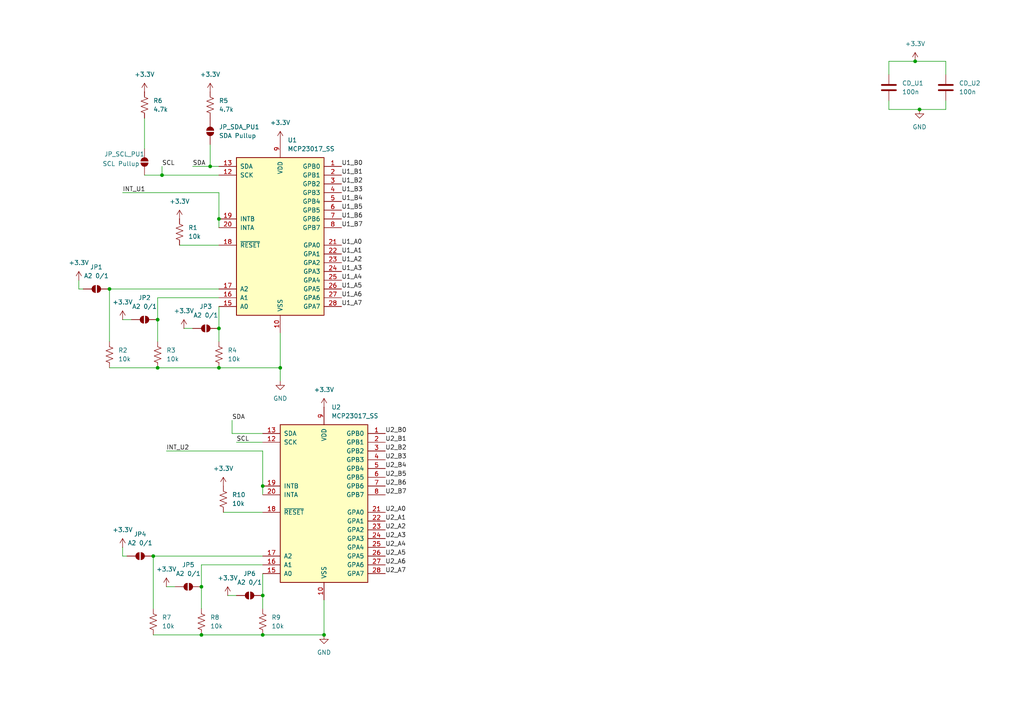
<source format=kicad_sch>
(kicad_sch
	(version 20250114)
	(generator "eeschema")
	(generator_version "9.0")
	(uuid "cf1df97f-883a-4122-9971-552927dbf328")
	(paper "A4")
	(lib_symbols
		(symbol "Device:C"
			(pin_numbers
				(hide yes)
			)
			(pin_names
				(offset 0.254)
			)
			(exclude_from_sim no)
			(in_bom yes)
			(on_board yes)
			(property "Reference" "C"
				(at 0.635 2.54 0)
				(effects
					(font
						(size 1.27 1.27)
					)
					(justify left)
				)
			)
			(property "Value" "C"
				(at 0.635 -2.54 0)
				(effects
					(font
						(size 1.27 1.27)
					)
					(justify left)
				)
			)
			(property "Footprint" ""
				(at 0.9652 -3.81 0)
				(effects
					(font
						(size 1.27 1.27)
					)
					(hide yes)
				)
			)
			(property "Datasheet" "~"
				(at 0 0 0)
				(effects
					(font
						(size 1.27 1.27)
					)
					(hide yes)
				)
			)
			(property "Description" "Unpolarized capacitor"
				(at 0 0 0)
				(effects
					(font
						(size 1.27 1.27)
					)
					(hide yes)
				)
			)
			(property "ki_keywords" "cap capacitor"
				(at 0 0 0)
				(effects
					(font
						(size 1.27 1.27)
					)
					(hide yes)
				)
			)
			(property "ki_fp_filters" "C_*"
				(at 0 0 0)
				(effects
					(font
						(size 1.27 1.27)
					)
					(hide yes)
				)
			)
			(symbol "C_0_1"
				(polyline
					(pts
						(xy -2.032 0.762) (xy 2.032 0.762)
					)
					(stroke
						(width 0.508)
						(type default)
					)
					(fill
						(type none)
					)
				)
				(polyline
					(pts
						(xy -2.032 -0.762) (xy 2.032 -0.762)
					)
					(stroke
						(width 0.508)
						(type default)
					)
					(fill
						(type none)
					)
				)
			)
			(symbol "C_1_1"
				(pin passive line
					(at 0 3.81 270)
					(length 2.794)
					(name "~"
						(effects
							(font
								(size 1.27 1.27)
							)
						)
					)
					(number "1"
						(effects
							(font
								(size 1.27 1.27)
							)
						)
					)
				)
				(pin passive line
					(at 0 -3.81 90)
					(length 2.794)
					(name "~"
						(effects
							(font
								(size 1.27 1.27)
							)
						)
					)
					(number "2"
						(effects
							(font
								(size 1.27 1.27)
							)
						)
					)
				)
			)
			(embedded_fonts no)
		)
		(symbol "Device:R_US"
			(pin_numbers
				(hide yes)
			)
			(pin_names
				(offset 0)
			)
			(exclude_from_sim no)
			(in_bom yes)
			(on_board yes)
			(property "Reference" "R"
				(at 2.54 0 90)
				(effects
					(font
						(size 1.27 1.27)
					)
				)
			)
			(property "Value" "R_US"
				(at -2.54 0 90)
				(effects
					(font
						(size 1.27 1.27)
					)
				)
			)
			(property "Footprint" ""
				(at 1.016 -0.254 90)
				(effects
					(font
						(size 1.27 1.27)
					)
					(hide yes)
				)
			)
			(property "Datasheet" "~"
				(at 0 0 0)
				(effects
					(font
						(size 1.27 1.27)
					)
					(hide yes)
				)
			)
			(property "Description" "Resistor, US symbol"
				(at 0 0 0)
				(effects
					(font
						(size 1.27 1.27)
					)
					(hide yes)
				)
			)
			(property "ki_keywords" "R res resistor"
				(at 0 0 0)
				(effects
					(font
						(size 1.27 1.27)
					)
					(hide yes)
				)
			)
			(property "ki_fp_filters" "R_*"
				(at 0 0 0)
				(effects
					(font
						(size 1.27 1.27)
					)
					(hide yes)
				)
			)
			(symbol "R_US_0_1"
				(polyline
					(pts
						(xy 0 2.286) (xy 0 2.54)
					)
					(stroke
						(width 0)
						(type default)
					)
					(fill
						(type none)
					)
				)
				(polyline
					(pts
						(xy 0 2.286) (xy 1.016 1.905) (xy 0 1.524) (xy -1.016 1.143) (xy 0 0.762)
					)
					(stroke
						(width 0)
						(type default)
					)
					(fill
						(type none)
					)
				)
				(polyline
					(pts
						(xy 0 0.762) (xy 1.016 0.381) (xy 0 0) (xy -1.016 -0.381) (xy 0 -0.762)
					)
					(stroke
						(width 0)
						(type default)
					)
					(fill
						(type none)
					)
				)
				(polyline
					(pts
						(xy 0 -0.762) (xy 1.016 -1.143) (xy 0 -1.524) (xy -1.016 -1.905) (xy 0 -2.286)
					)
					(stroke
						(width 0)
						(type default)
					)
					(fill
						(type none)
					)
				)
				(polyline
					(pts
						(xy 0 -2.286) (xy 0 -2.54)
					)
					(stroke
						(width 0)
						(type default)
					)
					(fill
						(type none)
					)
				)
			)
			(symbol "R_US_1_1"
				(pin passive line
					(at 0 3.81 270)
					(length 1.27)
					(name "~"
						(effects
							(font
								(size 1.27 1.27)
							)
						)
					)
					(number "1"
						(effects
							(font
								(size 1.27 1.27)
							)
						)
					)
				)
				(pin passive line
					(at 0 -3.81 90)
					(length 1.27)
					(name "~"
						(effects
							(font
								(size 1.27 1.27)
							)
						)
					)
					(number "2"
						(effects
							(font
								(size 1.27 1.27)
							)
						)
					)
				)
			)
			(embedded_fonts no)
		)
		(symbol "Interface_Expansion:MCP23017_SS"
			(pin_names
				(offset 1.016)
			)
			(exclude_from_sim no)
			(in_bom yes)
			(on_board yes)
			(property "Reference" "U"
				(at -11.43 24.13 0)
				(effects
					(font
						(size 1.27 1.27)
					)
				)
			)
			(property "Value" "MCP23017_SS"
				(at 0 0 0)
				(effects
					(font
						(size 1.27 1.27)
					)
				)
			)
			(property "Footprint" "Package_SO:SSOP-28_5.3x10.2mm_P0.65mm"
				(at 5.08 -25.4 0)
				(effects
					(font
						(size 1.27 1.27)
					)
					(justify left)
					(hide yes)
				)
			)
			(property "Datasheet" "https://ww1.microchip.com/downloads/aemDocuments/documents/APID/ProductDocuments/DataSheets/MCP23017-Data-Sheet-DS20001952.pdf"
				(at 5.08 -27.94 0)
				(effects
					(font
						(size 1.27 1.27)
					)
					(justify left)
					(hide yes)
				)
			)
			(property "Description" "16-bit I/O expander, I2C, interrupts, w pull-ups, SSOP-28"
				(at 0 0 0)
				(effects
					(font
						(size 1.27 1.27)
					)
					(hide yes)
				)
			)
			(property "ki_keywords" "I2C parallel port expander"
				(at 0 0 0)
				(effects
					(font
						(size 1.27 1.27)
					)
					(hide yes)
				)
			)
			(property "ki_fp_filters" "SSOP*5.3x10.2mm*P0.65mm*"
				(at 0 0 0)
				(effects
					(font
						(size 1.27 1.27)
					)
					(hide yes)
				)
			)
			(symbol "MCP23017_SS_0_1"
				(rectangle
					(start -12.7 22.86)
					(end 12.7 -22.86)
					(stroke
						(width 0.254)
						(type default)
					)
					(fill
						(type background)
					)
				)
			)
			(symbol "MCP23017_SS_1_1"
				(pin bidirectional line
					(at -17.78 20.32 0)
					(length 5.08)
					(name "SDA"
						(effects
							(font
								(size 1.27 1.27)
							)
						)
					)
					(number "13"
						(effects
							(font
								(size 1.27 1.27)
							)
						)
					)
				)
				(pin input line
					(at -17.78 17.78 0)
					(length 5.08)
					(name "SCK"
						(effects
							(font
								(size 1.27 1.27)
							)
						)
					)
					(number "12"
						(effects
							(font
								(size 1.27 1.27)
							)
						)
					)
				)
				(pin tri_state line
					(at -17.78 5.08 0)
					(length 5.08)
					(name "INTB"
						(effects
							(font
								(size 1.27 1.27)
							)
						)
					)
					(number "19"
						(effects
							(font
								(size 1.27 1.27)
							)
						)
					)
				)
				(pin tri_state line
					(at -17.78 2.54 0)
					(length 5.08)
					(name "INTA"
						(effects
							(font
								(size 1.27 1.27)
							)
						)
					)
					(number "20"
						(effects
							(font
								(size 1.27 1.27)
							)
						)
					)
				)
				(pin input line
					(at -17.78 -2.54 0)
					(length 5.08)
					(name "~{RESET}"
						(effects
							(font
								(size 1.27 1.27)
							)
						)
					)
					(number "18"
						(effects
							(font
								(size 1.27 1.27)
							)
						)
					)
				)
				(pin input line
					(at -17.78 -15.24 0)
					(length 5.08)
					(name "A2"
						(effects
							(font
								(size 1.27 1.27)
							)
						)
					)
					(number "17"
						(effects
							(font
								(size 1.27 1.27)
							)
						)
					)
				)
				(pin input line
					(at -17.78 -17.78 0)
					(length 5.08)
					(name "A1"
						(effects
							(font
								(size 1.27 1.27)
							)
						)
					)
					(number "16"
						(effects
							(font
								(size 1.27 1.27)
							)
						)
					)
				)
				(pin input line
					(at -17.78 -20.32 0)
					(length 5.08)
					(name "A0"
						(effects
							(font
								(size 1.27 1.27)
							)
						)
					)
					(number "15"
						(effects
							(font
								(size 1.27 1.27)
							)
						)
					)
				)
				(pin no_connect line
					(at -12.7 15.24 0)
					(length 5.08)
					(hide yes)
					(name "NC"
						(effects
							(font
								(size 1.27 1.27)
							)
						)
					)
					(number "11"
						(effects
							(font
								(size 1.27 1.27)
							)
						)
					)
				)
				(pin no_connect line
					(at -12.7 12.7 0)
					(length 5.08)
					(hide yes)
					(name "NC"
						(effects
							(font
								(size 1.27 1.27)
							)
						)
					)
					(number "14"
						(effects
							(font
								(size 1.27 1.27)
							)
						)
					)
				)
				(pin power_in line
					(at 0 27.94 270)
					(length 5.08)
					(name "VDD"
						(effects
							(font
								(size 1.27 1.27)
							)
						)
					)
					(number "9"
						(effects
							(font
								(size 1.27 1.27)
							)
						)
					)
				)
				(pin power_in line
					(at 0 -27.94 90)
					(length 5.08)
					(name "VSS"
						(effects
							(font
								(size 1.27 1.27)
							)
						)
					)
					(number "10"
						(effects
							(font
								(size 1.27 1.27)
							)
						)
					)
				)
				(pin bidirectional line
					(at 17.78 20.32 180)
					(length 5.08)
					(name "GPB0"
						(effects
							(font
								(size 1.27 1.27)
							)
						)
					)
					(number "1"
						(effects
							(font
								(size 1.27 1.27)
							)
						)
					)
				)
				(pin bidirectional line
					(at 17.78 17.78 180)
					(length 5.08)
					(name "GPB1"
						(effects
							(font
								(size 1.27 1.27)
							)
						)
					)
					(number "2"
						(effects
							(font
								(size 1.27 1.27)
							)
						)
					)
				)
				(pin bidirectional line
					(at 17.78 15.24 180)
					(length 5.08)
					(name "GPB2"
						(effects
							(font
								(size 1.27 1.27)
							)
						)
					)
					(number "3"
						(effects
							(font
								(size 1.27 1.27)
							)
						)
					)
				)
				(pin bidirectional line
					(at 17.78 12.7 180)
					(length 5.08)
					(name "GPB3"
						(effects
							(font
								(size 1.27 1.27)
							)
						)
					)
					(number "4"
						(effects
							(font
								(size 1.27 1.27)
							)
						)
					)
				)
				(pin bidirectional line
					(at 17.78 10.16 180)
					(length 5.08)
					(name "GPB4"
						(effects
							(font
								(size 1.27 1.27)
							)
						)
					)
					(number "5"
						(effects
							(font
								(size 1.27 1.27)
							)
						)
					)
				)
				(pin bidirectional line
					(at 17.78 7.62 180)
					(length 5.08)
					(name "GPB5"
						(effects
							(font
								(size 1.27 1.27)
							)
						)
					)
					(number "6"
						(effects
							(font
								(size 1.27 1.27)
							)
						)
					)
				)
				(pin bidirectional line
					(at 17.78 5.08 180)
					(length 5.08)
					(name "GPB6"
						(effects
							(font
								(size 1.27 1.27)
							)
						)
					)
					(number "7"
						(effects
							(font
								(size 1.27 1.27)
							)
						)
					)
				)
				(pin output line
					(at 17.78 2.54 180)
					(length 5.08)
					(name "GPB7"
						(effects
							(font
								(size 1.27 1.27)
							)
						)
					)
					(number "8"
						(effects
							(font
								(size 1.27 1.27)
							)
						)
					)
				)
				(pin bidirectional line
					(at 17.78 -2.54 180)
					(length 5.08)
					(name "GPA0"
						(effects
							(font
								(size 1.27 1.27)
							)
						)
					)
					(number "21"
						(effects
							(font
								(size 1.27 1.27)
							)
						)
					)
				)
				(pin bidirectional line
					(at 17.78 -5.08 180)
					(length 5.08)
					(name "GPA1"
						(effects
							(font
								(size 1.27 1.27)
							)
						)
					)
					(number "22"
						(effects
							(font
								(size 1.27 1.27)
							)
						)
					)
				)
				(pin bidirectional line
					(at 17.78 -7.62 180)
					(length 5.08)
					(name "GPA2"
						(effects
							(font
								(size 1.27 1.27)
							)
						)
					)
					(number "23"
						(effects
							(font
								(size 1.27 1.27)
							)
						)
					)
				)
				(pin bidirectional line
					(at 17.78 -10.16 180)
					(length 5.08)
					(name "GPA3"
						(effects
							(font
								(size 1.27 1.27)
							)
						)
					)
					(number "24"
						(effects
							(font
								(size 1.27 1.27)
							)
						)
					)
				)
				(pin bidirectional line
					(at 17.78 -12.7 180)
					(length 5.08)
					(name "GPA4"
						(effects
							(font
								(size 1.27 1.27)
							)
						)
					)
					(number "25"
						(effects
							(font
								(size 1.27 1.27)
							)
						)
					)
				)
				(pin bidirectional line
					(at 17.78 -15.24 180)
					(length 5.08)
					(name "GPA5"
						(effects
							(font
								(size 1.27 1.27)
							)
						)
					)
					(number "26"
						(effects
							(font
								(size 1.27 1.27)
							)
						)
					)
				)
				(pin bidirectional line
					(at 17.78 -17.78 180)
					(length 5.08)
					(name "GPA6"
						(effects
							(font
								(size 1.27 1.27)
							)
						)
					)
					(number "27"
						(effects
							(font
								(size 1.27 1.27)
							)
						)
					)
				)
				(pin output line
					(at 17.78 -20.32 180)
					(length 5.08)
					(name "GPA7"
						(effects
							(font
								(size 1.27 1.27)
							)
						)
					)
					(number "28"
						(effects
							(font
								(size 1.27 1.27)
							)
						)
					)
				)
			)
			(embedded_fonts no)
		)
		(symbol "Jumper:SolderJumper_2_Open"
			(pin_numbers
				(hide yes)
			)
			(pin_names
				(offset 0)
				(hide yes)
			)
			(exclude_from_sim no)
			(in_bom no)
			(on_board yes)
			(property "Reference" "JP"
				(at 0 2.032 0)
				(effects
					(font
						(size 1.27 1.27)
					)
				)
			)
			(property "Value" "SolderJumper_2_Open"
				(at 0 -2.54 0)
				(effects
					(font
						(size 1.27 1.27)
					)
				)
			)
			(property "Footprint" ""
				(at 0 0 0)
				(effects
					(font
						(size 1.27 1.27)
					)
					(hide yes)
				)
			)
			(property "Datasheet" "~"
				(at 0 0 0)
				(effects
					(font
						(size 1.27 1.27)
					)
					(hide yes)
				)
			)
			(property "Description" "Solder Jumper, 2-pole, open"
				(at 0 0 0)
				(effects
					(font
						(size 1.27 1.27)
					)
					(hide yes)
				)
			)
			(property "ki_keywords" "solder jumper SPST"
				(at 0 0 0)
				(effects
					(font
						(size 1.27 1.27)
					)
					(hide yes)
				)
			)
			(property "ki_fp_filters" "SolderJumper*Open*"
				(at 0 0 0)
				(effects
					(font
						(size 1.27 1.27)
					)
					(hide yes)
				)
			)
			(symbol "SolderJumper_2_Open_0_1"
				(polyline
					(pts
						(xy -0.254 1.016) (xy -0.254 -1.016)
					)
					(stroke
						(width 0)
						(type default)
					)
					(fill
						(type none)
					)
				)
				(arc
					(start -0.254 -1.016)
					(mid -1.2656 0)
					(end -0.254 1.016)
					(stroke
						(width 0)
						(type default)
					)
					(fill
						(type none)
					)
				)
				(arc
					(start -0.254 -1.016)
					(mid -1.2656 0)
					(end -0.254 1.016)
					(stroke
						(width 0)
						(type default)
					)
					(fill
						(type outline)
					)
				)
				(arc
					(start 0.254 1.016)
					(mid 1.2656 0)
					(end 0.254 -1.016)
					(stroke
						(width 0)
						(type default)
					)
					(fill
						(type none)
					)
				)
				(arc
					(start 0.254 1.016)
					(mid 1.2656 0)
					(end 0.254 -1.016)
					(stroke
						(width 0)
						(type default)
					)
					(fill
						(type outline)
					)
				)
				(polyline
					(pts
						(xy 0.254 1.016) (xy 0.254 -1.016)
					)
					(stroke
						(width 0)
						(type default)
					)
					(fill
						(type none)
					)
				)
			)
			(symbol "SolderJumper_2_Open_1_1"
				(pin passive line
					(at -3.81 0 0)
					(length 2.54)
					(name "A"
						(effects
							(font
								(size 1.27 1.27)
							)
						)
					)
					(number "1"
						(effects
							(font
								(size 1.27 1.27)
							)
						)
					)
				)
				(pin passive line
					(at 3.81 0 180)
					(length 2.54)
					(name "B"
						(effects
							(font
								(size 1.27 1.27)
							)
						)
					)
					(number "2"
						(effects
							(font
								(size 1.27 1.27)
							)
						)
					)
				)
			)
			(embedded_fonts no)
		)
		(symbol "power:+3.3V"
			(power)
			(pin_numbers
				(hide yes)
			)
			(pin_names
				(offset 0)
				(hide yes)
			)
			(exclude_from_sim no)
			(in_bom yes)
			(on_board yes)
			(property "Reference" "#PWR"
				(at 0 -3.81 0)
				(effects
					(font
						(size 1.27 1.27)
					)
					(hide yes)
				)
			)
			(property "Value" "+3.3V"
				(at 0 3.556 0)
				(effects
					(font
						(size 1.27 1.27)
					)
				)
			)
			(property "Footprint" ""
				(at 0 0 0)
				(effects
					(font
						(size 1.27 1.27)
					)
					(hide yes)
				)
			)
			(property "Datasheet" ""
				(at 0 0 0)
				(effects
					(font
						(size 1.27 1.27)
					)
					(hide yes)
				)
			)
			(property "Description" "Power symbol creates a global label with name \"+3.3V\""
				(at 0 0 0)
				(effects
					(font
						(size 1.27 1.27)
					)
					(hide yes)
				)
			)
			(property "ki_keywords" "global power"
				(at 0 0 0)
				(effects
					(font
						(size 1.27 1.27)
					)
					(hide yes)
				)
			)
			(symbol "+3.3V_0_1"
				(polyline
					(pts
						(xy -0.762 1.27) (xy 0 2.54)
					)
					(stroke
						(width 0)
						(type default)
					)
					(fill
						(type none)
					)
				)
				(polyline
					(pts
						(xy 0 2.54) (xy 0.762 1.27)
					)
					(stroke
						(width 0)
						(type default)
					)
					(fill
						(type none)
					)
				)
				(polyline
					(pts
						(xy 0 0) (xy 0 2.54)
					)
					(stroke
						(width 0)
						(type default)
					)
					(fill
						(type none)
					)
				)
			)
			(symbol "+3.3V_1_1"
				(pin power_in line
					(at 0 0 90)
					(length 0)
					(name "~"
						(effects
							(font
								(size 1.27 1.27)
							)
						)
					)
					(number "1"
						(effects
							(font
								(size 1.27 1.27)
							)
						)
					)
				)
			)
			(embedded_fonts no)
		)
		(symbol "power:GND"
			(power)
			(pin_numbers
				(hide yes)
			)
			(pin_names
				(offset 0)
				(hide yes)
			)
			(exclude_from_sim no)
			(in_bom yes)
			(on_board yes)
			(property "Reference" "#PWR"
				(at 0 -6.35 0)
				(effects
					(font
						(size 1.27 1.27)
					)
					(hide yes)
				)
			)
			(property "Value" "GND"
				(at 0 -3.81 0)
				(effects
					(font
						(size 1.27 1.27)
					)
				)
			)
			(property "Footprint" ""
				(at 0 0 0)
				(effects
					(font
						(size 1.27 1.27)
					)
					(hide yes)
				)
			)
			(property "Datasheet" ""
				(at 0 0 0)
				(effects
					(font
						(size 1.27 1.27)
					)
					(hide yes)
				)
			)
			(property "Description" "Power symbol creates a global label with name \"GND\" , ground"
				(at 0 0 0)
				(effects
					(font
						(size 1.27 1.27)
					)
					(hide yes)
				)
			)
			(property "ki_keywords" "global power"
				(at 0 0 0)
				(effects
					(font
						(size 1.27 1.27)
					)
					(hide yes)
				)
			)
			(symbol "GND_0_1"
				(polyline
					(pts
						(xy 0 0) (xy 0 -1.27) (xy 1.27 -1.27) (xy 0 -2.54) (xy -1.27 -1.27) (xy 0 -1.27)
					)
					(stroke
						(width 0)
						(type default)
					)
					(fill
						(type none)
					)
				)
			)
			(symbol "GND_1_1"
				(pin power_in line
					(at 0 0 270)
					(length 0)
					(name "~"
						(effects
							(font
								(size 1.27 1.27)
							)
						)
					)
					(number "1"
						(effects
							(font
								(size 1.27 1.27)
							)
						)
					)
				)
			)
			(embedded_fonts no)
		)
	)
	(junction
		(at 46.99 50.8)
		(diameter 0)
		(color 0 0 0 0)
		(uuid "07d7d66f-f6e2-4bc5-a3de-837ac2da4b21")
	)
	(junction
		(at 81.28 106.68)
		(diameter 0)
		(color 0 0 0 0)
		(uuid "1b0da2ec-5171-4099-b678-28726138f389")
	)
	(junction
		(at 265.43 17.78)
		(diameter 0)
		(color 0 0 0 0)
		(uuid "1f92d0a8-afd4-4378-b21a-819738b68cd3")
	)
	(junction
		(at 45.72 92.71)
		(diameter 0)
		(color 0 0 0 0)
		(uuid "2e18fbdb-7348-4917-a50d-216a8cdc9001")
	)
	(junction
		(at 266.7 31.75)
		(diameter 0)
		(color 0 0 0 0)
		(uuid "3a3a248d-60b9-4016-8427-a64ebbe5ec83")
	)
	(junction
		(at 76.2 184.15)
		(diameter 0)
		(color 0 0 0 0)
		(uuid "47901fca-c5e6-4a48-b969-2d01d78bd8be")
	)
	(junction
		(at 63.5 63.5)
		(diameter 0)
		(color 0 0 0 0)
		(uuid "4d02c645-ddb8-4eb6-b6a6-f3170083ea28")
	)
	(junction
		(at 76.2 172.72)
		(diameter 0)
		(color 0 0 0 0)
		(uuid "60202729-151b-491e-908f-9fc8fce06194")
	)
	(junction
		(at 63.5 95.25)
		(diameter 0)
		(color 0 0 0 0)
		(uuid "63fe3393-69eb-4ebe-b1c0-9aa657a27182")
	)
	(junction
		(at 58.42 170.18)
		(diameter 0)
		(color 0 0 0 0)
		(uuid "7d0a2498-d09b-490b-9a6d-4070d85b1174")
	)
	(junction
		(at 31.75 83.82)
		(diameter 0)
		(color 0 0 0 0)
		(uuid "7fb13658-12f6-4722-9321-dab99f8acbc4")
	)
	(junction
		(at 60.96 48.26)
		(diameter 0)
		(color 0 0 0 0)
		(uuid "9b0c01bd-906b-439b-a809-725377e77268")
	)
	(junction
		(at 76.2 140.97)
		(diameter 0)
		(color 0 0 0 0)
		(uuid "bb144534-72e2-4df1-9397-f874c3899ce6")
	)
	(junction
		(at 45.72 106.68)
		(diameter 0)
		(color 0 0 0 0)
		(uuid "bbe313c4-0aed-4bcb-befe-1110bd59e4fb")
	)
	(junction
		(at 63.5 106.68)
		(diameter 0)
		(color 0 0 0 0)
		(uuid "d2aa540f-46cd-4588-8568-8587a40db800")
	)
	(junction
		(at 44.45 161.29)
		(diameter 0)
		(color 0 0 0 0)
		(uuid "d36fb884-40fd-4531-a750-03c4405ebde9")
	)
	(junction
		(at 58.42 184.15)
		(diameter 0)
		(color 0 0 0 0)
		(uuid "e2fac500-6028-4fd1-bc15-3b0f0e7c04a3")
	)
	(junction
		(at 93.98 184.15)
		(diameter 0)
		(color 0 0 0 0)
		(uuid "f71f686a-c2e1-451d-9ad9-fd05374f17b9")
	)
	(wire
		(pts
			(xy 68.58 128.27) (xy 76.2 128.27)
		)
		(stroke
			(width 0)
			(type default)
		)
		(uuid "025dce8e-41b7-4fd0-b73d-a2d29718ef80")
	)
	(wire
		(pts
			(xy 41.91 34.29) (xy 41.91 43.18)
		)
		(stroke
			(width 0)
			(type default)
		)
		(uuid "038e927a-9b35-49e2-9433-ef5c1b433f97")
	)
	(wire
		(pts
			(xy 265.43 17.78) (xy 257.81 17.78)
		)
		(stroke
			(width 0)
			(type default)
		)
		(uuid "046182ca-fc23-4780-8ecb-a1bce8872e47")
	)
	(wire
		(pts
			(xy 76.2 166.37) (xy 76.2 172.72)
		)
		(stroke
			(width 0)
			(type default)
		)
		(uuid "0667289c-320c-49a5-b55a-0ac9e5db55d8")
	)
	(wire
		(pts
			(xy 76.2 163.83) (xy 58.42 163.83)
		)
		(stroke
			(width 0)
			(type default)
		)
		(uuid "08bbb8df-d91d-4988-a36f-400540126f93")
	)
	(wire
		(pts
			(xy 63.5 95.25) (xy 63.5 99.06)
		)
		(stroke
			(width 0)
			(type default)
		)
		(uuid "0d5fb203-d9f8-4026-a9cc-9a2516831d58")
	)
	(wire
		(pts
			(xy 46.99 48.26) (xy 46.99 50.8)
		)
		(stroke
			(width 0)
			(type default)
		)
		(uuid "1576c5f2-8859-4da4-b635-e901eb1d7051")
	)
	(wire
		(pts
			(xy 76.2 125.73) (xy 67.31 125.73)
		)
		(stroke
			(width 0)
			(type default)
		)
		(uuid "22cd38a3-b301-4060-ad6b-75a24ce13d93")
	)
	(wire
		(pts
			(xy 63.5 86.36) (xy 45.72 86.36)
		)
		(stroke
			(width 0)
			(type default)
		)
		(uuid "23b5fb71-5e5d-413b-a451-ae8992c0f165")
	)
	(wire
		(pts
			(xy 58.42 170.18) (xy 58.42 176.53)
		)
		(stroke
			(width 0)
			(type default)
		)
		(uuid "2759136b-c451-4b5c-9629-2bc76e54baba")
	)
	(wire
		(pts
			(xy 63.5 83.82) (xy 31.75 83.82)
		)
		(stroke
			(width 0)
			(type default)
		)
		(uuid "2bb2b1a7-c958-48fe-9b42-00a6e5209f05")
	)
	(wire
		(pts
			(xy 76.2 143.51) (xy 76.2 140.97)
		)
		(stroke
			(width 0)
			(type default)
		)
		(uuid "2bf5a098-46f0-438a-b22f-b177eef4a03f")
	)
	(wire
		(pts
			(xy 35.56 92.71) (xy 38.1 92.71)
		)
		(stroke
			(width 0)
			(type default)
		)
		(uuid "2d222145-57c8-496b-bf88-ecf5c6dfd363")
	)
	(wire
		(pts
			(xy 76.2 140.97) (xy 76.2 130.81)
		)
		(stroke
			(width 0)
			(type default)
		)
		(uuid "2fec89f0-8ea9-40a5-9756-0de7607be85b")
	)
	(wire
		(pts
			(xy 257.81 31.75) (xy 266.7 31.75)
		)
		(stroke
			(width 0)
			(type default)
		)
		(uuid "39eeefa1-aa51-4435-aeac-da08b51ce2d1")
	)
	(wire
		(pts
			(xy 257.81 29.21) (xy 257.81 31.75)
		)
		(stroke
			(width 0)
			(type default)
		)
		(uuid "41baea1f-c4f4-4926-a366-59aaa72ccaa6")
	)
	(wire
		(pts
			(xy 66.04 172.72) (xy 68.58 172.72)
		)
		(stroke
			(width 0)
			(type default)
		)
		(uuid "46995af8-54d1-49b5-af8f-1bb862768fe2")
	)
	(wire
		(pts
			(xy 63.5 63.5) (xy 63.5 66.04)
		)
		(stroke
			(width 0)
			(type default)
		)
		(uuid "51d1211f-0575-4fcf-9184-e554517c8ea2")
	)
	(wire
		(pts
			(xy 35.56 158.75) (xy 35.56 161.29)
		)
		(stroke
			(width 0)
			(type default)
		)
		(uuid "546fba59-3a35-454b-b2bc-aa9dd851e080")
	)
	(wire
		(pts
			(xy 58.42 163.83) (xy 58.42 170.18)
		)
		(stroke
			(width 0)
			(type default)
		)
		(uuid "5c5fa06f-8d09-4487-bb9a-54afdc2e47cf")
	)
	(wire
		(pts
			(xy 44.45 161.29) (xy 44.45 176.53)
		)
		(stroke
			(width 0)
			(type default)
		)
		(uuid "62c83d25-96c1-488f-86c8-2e3b1ef135ee")
	)
	(wire
		(pts
			(xy 93.98 184.15) (xy 76.2 184.15)
		)
		(stroke
			(width 0)
			(type default)
		)
		(uuid "6ce5a451-47c7-4dc8-9efe-68bb57abce77")
	)
	(wire
		(pts
			(xy 22.86 83.82) (xy 24.13 83.82)
		)
		(stroke
			(width 0)
			(type default)
		)
		(uuid "6dbc9549-44ff-4d10-be2b-e8972230a5a5")
	)
	(wire
		(pts
			(xy 81.28 106.68) (xy 81.28 110.49)
		)
		(stroke
			(width 0)
			(type default)
		)
		(uuid "705c5b8b-b656-450b-b3e8-7bd3a195b9b3")
	)
	(wire
		(pts
			(xy 41.91 50.8) (xy 46.99 50.8)
		)
		(stroke
			(width 0)
			(type default)
		)
		(uuid "7582967d-2322-4eaf-88ab-7128adfa7147")
	)
	(wire
		(pts
			(xy 274.32 17.78) (xy 265.43 17.78)
		)
		(stroke
			(width 0)
			(type default)
		)
		(uuid "7624eeb4-a021-4bb2-a59f-9c80bb459775")
	)
	(wire
		(pts
			(xy 76.2 130.81) (xy 48.26 130.81)
		)
		(stroke
			(width 0)
			(type default)
		)
		(uuid "7b411dc7-b23c-4885-b489-2bdf3acc9369")
	)
	(wire
		(pts
			(xy 55.88 48.26) (xy 60.96 48.26)
		)
		(stroke
			(width 0)
			(type default)
		)
		(uuid "7c019395-5d46-4ddd-b497-044578845cf9")
	)
	(wire
		(pts
			(xy 45.72 92.71) (xy 45.72 99.06)
		)
		(stroke
			(width 0)
			(type default)
		)
		(uuid "84e2dcfd-a046-4520-9d4f-c89a6b9c84a5")
	)
	(wire
		(pts
			(xy 274.32 21.59) (xy 274.32 17.78)
		)
		(stroke
			(width 0)
			(type default)
		)
		(uuid "87c8c347-1283-4b54-8a6d-ba97020bbcda")
	)
	(wire
		(pts
			(xy 63.5 63.5) (xy 63.5 55.88)
		)
		(stroke
			(width 0)
			(type default)
		)
		(uuid "8b400d1f-d193-4f4b-9c86-c86ae4b1fb6b")
	)
	(wire
		(pts
			(xy 63.5 88.9) (xy 63.5 95.25)
		)
		(stroke
			(width 0)
			(type default)
		)
		(uuid "949d602e-99f0-4306-b6e4-9a9ef34b5ba5")
	)
	(wire
		(pts
			(xy 52.07 71.12) (xy 63.5 71.12)
		)
		(stroke
			(width 0)
			(type default)
		)
		(uuid "9797aa6e-658c-4adb-8ad3-e42fbc079c7f")
	)
	(wire
		(pts
			(xy 76.2 172.72) (xy 76.2 176.53)
		)
		(stroke
			(width 0)
			(type default)
		)
		(uuid "99ce99af-a0a6-420a-b4f7-39730233c06f")
	)
	(wire
		(pts
			(xy 46.99 50.8) (xy 63.5 50.8)
		)
		(stroke
			(width 0)
			(type default)
		)
		(uuid "9b026bae-f8d7-4bd0-b03c-c99bc9cc9a37")
	)
	(wire
		(pts
			(xy 44.45 184.15) (xy 58.42 184.15)
		)
		(stroke
			(width 0)
			(type default)
		)
		(uuid "9c4860d5-1d4f-402c-adfe-41b410b8be6d")
	)
	(wire
		(pts
			(xy 48.26 170.18) (xy 50.8 170.18)
		)
		(stroke
			(width 0)
			(type default)
		)
		(uuid "a13e3cd7-ed26-4c6c-86a7-695a42e13bad")
	)
	(wire
		(pts
			(xy 35.56 161.29) (xy 36.83 161.29)
		)
		(stroke
			(width 0)
			(type default)
		)
		(uuid "a1af2f85-04ec-4a1f-92e6-edefff9a1948")
	)
	(wire
		(pts
			(xy 31.75 83.82) (xy 31.75 99.06)
		)
		(stroke
			(width 0)
			(type default)
		)
		(uuid "b3b8c537-b5ef-491b-8aa5-ab58fadce2bd")
	)
	(wire
		(pts
			(xy 67.31 125.73) (xy 67.31 121.92)
		)
		(stroke
			(width 0)
			(type default)
		)
		(uuid "bc5c64a1-2edf-4c89-83ee-0cc502ac3cfa")
	)
	(wire
		(pts
			(xy 60.96 41.91) (xy 60.96 48.26)
		)
		(stroke
			(width 0)
			(type default)
		)
		(uuid "be017948-fca8-4837-bc8b-4780018e7405")
	)
	(wire
		(pts
			(xy 274.32 31.75) (xy 274.32 29.21)
		)
		(stroke
			(width 0)
			(type default)
		)
		(uuid "bf94d666-f81d-4a8b-b8b4-60406d397710")
	)
	(wire
		(pts
			(xy 64.77 148.59) (xy 76.2 148.59)
		)
		(stroke
			(width 0)
			(type default)
		)
		(uuid "c5af8d06-3d9c-4448-8470-00ac1a07de2c")
	)
	(wire
		(pts
			(xy 93.98 173.99) (xy 93.98 184.15)
		)
		(stroke
			(width 0)
			(type default)
		)
		(uuid "c71172fa-70aa-469d-bbb4-8db6bb46c5d9")
	)
	(wire
		(pts
			(xy 81.28 96.52) (xy 81.28 106.68)
		)
		(stroke
			(width 0)
			(type default)
		)
		(uuid "c835a643-e946-47c0-ad15-cfb9e1975b4e")
	)
	(wire
		(pts
			(xy 76.2 161.29) (xy 44.45 161.29)
		)
		(stroke
			(width 0)
			(type default)
		)
		(uuid "ca51bf5f-c623-426b-abd8-79577d67d65a")
	)
	(wire
		(pts
			(xy 53.34 95.25) (xy 55.88 95.25)
		)
		(stroke
			(width 0)
			(type default)
		)
		(uuid "cd10df21-2917-489d-b6ef-83f6261432d5")
	)
	(wire
		(pts
			(xy 63.5 106.68) (xy 81.28 106.68)
		)
		(stroke
			(width 0)
			(type default)
		)
		(uuid "d2e197e2-f8e2-426b-ac39-497c0985f44e")
	)
	(wire
		(pts
			(xy 45.72 86.36) (xy 45.72 92.71)
		)
		(stroke
			(width 0)
			(type default)
		)
		(uuid "d500f3bb-e428-4537-8209-7fab14142519")
	)
	(wire
		(pts
			(xy 45.72 106.68) (xy 63.5 106.68)
		)
		(stroke
			(width 0)
			(type default)
		)
		(uuid "d82a4825-84e8-4949-8a4e-e8925b2aa6dd")
	)
	(wire
		(pts
			(xy 35.56 55.88) (xy 63.5 55.88)
		)
		(stroke
			(width 0)
			(type default)
		)
		(uuid "dc4d37e3-90eb-4e3d-8997-c77fa663bae7")
	)
	(wire
		(pts
			(xy 266.7 31.75) (xy 274.32 31.75)
		)
		(stroke
			(width 0)
			(type default)
		)
		(uuid "e0e76304-3c2f-4a3f-8f2a-731553138135")
	)
	(wire
		(pts
			(xy 22.86 81.28) (xy 22.86 83.82)
		)
		(stroke
			(width 0)
			(type default)
		)
		(uuid "e6e03d56-372e-4d00-81e0-11541340cf60")
	)
	(wire
		(pts
			(xy 58.42 184.15) (xy 76.2 184.15)
		)
		(stroke
			(width 0)
			(type default)
		)
		(uuid "e916756e-d308-435f-8d11-ed9e6d072be6")
	)
	(wire
		(pts
			(xy 31.75 106.68) (xy 45.72 106.68)
		)
		(stroke
			(width 0)
			(type default)
		)
		(uuid "ed8174c8-4dfa-4171-a8b7-488f59ccb07a")
	)
	(wire
		(pts
			(xy 60.96 48.26) (xy 63.5 48.26)
		)
		(stroke
			(width 0)
			(type default)
		)
		(uuid "f01437d5-7a28-44ec-91f7-7ac1b55ae9d6")
	)
	(wire
		(pts
			(xy 257.81 17.78) (xy 257.81 21.59)
		)
		(stroke
			(width 0)
			(type default)
		)
		(uuid "f0f83c1b-73b9-418b-904b-ce4a80064506")
	)
	(label "U2_A2"
		(at 111.76 153.67 0)
		(effects
			(font
				(size 1.27 1.27)
			)
			(justify left bottom)
		)
		(uuid "06a503ec-be41-407a-bcd7-1c1d35be49e4")
	)
	(label "U2_A0"
		(at 111.76 148.59 0)
		(effects
			(font
				(size 1.27 1.27)
			)
			(justify left bottom)
		)
		(uuid "06a503ec-be41-407a-bcd7-1c1d35be49e4")
	)
	(label "U2_A1"
		(at 111.76 151.13 0)
		(effects
			(font
				(size 1.27 1.27)
			)
			(justify left bottom)
		)
		(uuid "06a503ec-be41-407a-bcd7-1c1d35be49e4")
	)
	(label "U2_A7"
		(at 111.76 166.37 0)
		(effects
			(font
				(size 1.27 1.27)
			)
			(justify left bottom)
		)
		(uuid "06a503ec-be41-407a-bcd7-1c1d35be49e4")
	)
	(label "U2_B7"
		(at 111.76 143.51 0)
		(effects
			(font
				(size 1.27 1.27)
			)
			(justify left bottom)
		)
		(uuid "06a503ec-be41-407a-bcd7-1c1d35be49e4")
	)
	(label "U2_B4"
		(at 111.76 135.89 0)
		(effects
			(font
				(size 1.27 1.27)
			)
			(justify left bottom)
		)
		(uuid "06a503ec-be41-407a-bcd7-1c1d35be49e4")
	)
	(label "U2_B6"
		(at 111.76 140.97 0)
		(effects
			(font
				(size 1.27 1.27)
			)
			(justify left bottom)
		)
		(uuid "06a503ec-be41-407a-bcd7-1c1d35be49e4")
	)
	(label "U2_B5"
		(at 111.76 138.43 0)
		(effects
			(font
				(size 1.27 1.27)
			)
			(justify left bottom)
		)
		(uuid "06a503ec-be41-407a-bcd7-1c1d35be49e4")
	)
	(label "U2_B0"
		(at 111.76 125.73 0)
		(effects
			(font
				(size 1.27 1.27)
			)
			(justify left bottom)
		)
		(uuid "06a503ec-be41-407a-bcd7-1c1d35be49e4")
	)
	(label "U2_B3"
		(at 111.76 133.35 0)
		(effects
			(font
				(size 1.27 1.27)
			)
			(justify left bottom)
		)
		(uuid "06a503ec-be41-407a-bcd7-1c1d35be49e4")
	)
	(label "U2_B1"
		(at 111.76 128.27 0)
		(effects
			(font
				(size 1.27 1.27)
			)
			(justify left bottom)
		)
		(uuid "06a503ec-be41-407a-bcd7-1c1d35be49e4")
	)
	(label "U2_B2"
		(at 111.76 130.81 0)
		(effects
			(font
				(size 1.27 1.27)
			)
			(justify left bottom)
		)
		(uuid "06a503ec-be41-407a-bcd7-1c1d35be49e4")
	)
	(label "INT_U2"
		(at 48.26 130.81 0)
		(effects
			(font
				(size 1.27 1.27)
			)
			(justify left bottom)
		)
		(uuid "06a503ec-be41-407a-bcd7-1c1d35be49e4")
	)
	(label "U2_A3"
		(at 111.76 156.21 0)
		(effects
			(font
				(size 1.27 1.27)
			)
			(justify left bottom)
		)
		(uuid "06a503ec-be41-407a-bcd7-1c1d35be49e4")
	)
	(label "U2_A6"
		(at 111.76 163.83 0)
		(effects
			(font
				(size 1.27 1.27)
			)
			(justify left bottom)
		)
		(uuid "06a503ec-be41-407a-bcd7-1c1d35be49e4")
	)
	(label "U2_A5"
		(at 111.76 161.29 0)
		(effects
			(font
				(size 1.27 1.27)
			)
			(justify left bottom)
		)
		(uuid "06a503ec-be41-407a-bcd7-1c1d35be49e4")
	)
	(label "U2_A4"
		(at 111.76 158.75 0)
		(effects
			(font
				(size 1.27 1.27)
			)
			(justify left bottom)
		)
		(uuid "06a503ec-be41-407a-bcd7-1c1d35be49e4")
	)
	(label "INT_U1"
		(at 35.56 55.88 0)
		(effects
			(font
				(size 1.27 1.27)
			)
			(justify left bottom)
		)
		(uuid "3858dc2a-0d50-48b6-9525-134c81b670da")
	)
	(label "SCL"
		(at 46.99 48.26 0)
		(effects
			(font
				(size 1.27 1.27)
			)
			(justify left bottom)
		)
		(uuid "72112045-4b35-45f3-a671-14aba4b4bb23")
	)
	(label "SDA"
		(at 55.88 48.26 0)
		(effects
			(font
				(size 1.27 1.27)
			)
			(justify left bottom)
		)
		(uuid "72112045-4b35-45f3-a671-14aba4b4bb23")
	)
	(label "U1_A2"
		(at 99.06 76.2 0)
		(effects
			(font
				(size 1.27 1.27)
			)
			(justify left bottom)
		)
		(uuid "8379d207-f46f-4c3f-8655-c562a46bb564")
	)
	(label "U1_A3"
		(at 99.06 78.74 0)
		(effects
			(font
				(size 1.27 1.27)
			)
			(justify left bottom)
		)
		(uuid "8379d207-f46f-4c3f-8655-c562a46bb564")
	)
	(label "U1_A4"
		(at 99.06 81.28 0)
		(effects
			(font
				(size 1.27 1.27)
			)
			(justify left bottom)
		)
		(uuid "8379d207-f46f-4c3f-8655-c562a46bb564")
	)
	(label "U1_A6"
		(at 99.06 86.36 0)
		(effects
			(font
				(size 1.27 1.27)
			)
			(justify left bottom)
		)
		(uuid "8379d207-f46f-4c3f-8655-c562a46bb564")
	)
	(label "U1_A7"
		(at 99.06 88.9 0)
		(effects
			(font
				(size 1.27 1.27)
			)
			(justify left bottom)
		)
		(uuid "8379d207-f46f-4c3f-8655-c562a46bb564")
	)
	(label "U1_A0"
		(at 99.06 71.12 0)
		(effects
			(font
				(size 1.27 1.27)
			)
			(justify left bottom)
		)
		(uuid "8379d207-f46f-4c3f-8655-c562a46bb564")
	)
	(label "U1_A5"
		(at 99.06 83.82 0)
		(effects
			(font
				(size 1.27 1.27)
			)
			(justify left bottom)
		)
		(uuid "8379d207-f46f-4c3f-8655-c562a46bb564")
	)
	(label "U1_B5"
		(at 99.06 60.96 0)
		(effects
			(font
				(size 1.27 1.27)
			)
			(justify left bottom)
		)
		(uuid "8379d207-f46f-4c3f-8655-c562a46bb564")
	)
	(label "U1_B6"
		(at 99.06 63.5 0)
		(effects
			(font
				(size 1.27 1.27)
			)
			(justify left bottom)
		)
		(uuid "8379d207-f46f-4c3f-8655-c562a46bb564")
	)
	(label "U1_B7"
		(at 99.06 66.04 0)
		(effects
			(font
				(size 1.27 1.27)
			)
			(justify left bottom)
		)
		(uuid "8379d207-f46f-4c3f-8655-c562a46bb564")
	)
	(label "U1_A1"
		(at 99.06 73.66 0)
		(effects
			(font
				(size 1.27 1.27)
			)
			(justify left bottom)
		)
		(uuid "8379d207-f46f-4c3f-8655-c562a46bb564")
	)
	(label "U1_B0"
		(at 99.06 48.26 0)
		(effects
			(font
				(size 1.27 1.27)
			)
			(justify left bottom)
		)
		(uuid "8379d207-f46f-4c3f-8655-c562a46bb564")
	)
	(label "U1_B1"
		(at 99.06 50.8 0)
		(effects
			(font
				(size 1.27 1.27)
			)
			(justify left bottom)
		)
		(uuid "8379d207-f46f-4c3f-8655-c562a46bb564")
	)
	(label "U1_B2"
		(at 99.06 53.34 0)
		(effects
			(font
				(size 1.27 1.27)
			)
			(justify left bottom)
		)
		(uuid "8379d207-f46f-4c3f-8655-c562a46bb564")
	)
	(label "U1_B3"
		(at 99.06 55.88 0)
		(effects
			(font
				(size 1.27 1.27)
			)
			(justify left bottom)
		)
		(uuid "8379d207-f46f-4c3f-8655-c562a46bb564")
	)
	(label "U1_B4"
		(at 99.06 58.42 0)
		(effects
			(font
				(size 1.27 1.27)
			)
			(justify left bottom)
		)
		(uuid "8379d207-f46f-4c3f-8655-c562a46bb564")
	)
	(label "SDA"
		(at 67.31 121.92 0)
		(effects
			(font
				(size 1.27 1.27)
			)
			(justify left bottom)
		)
		(uuid "a5f61661-b769-4719-9c78-4aefe193d58b")
	)
	(label "SCL"
		(at 68.58 128.27 0)
		(effects
			(font
				(size 1.27 1.27)
			)
			(justify left bottom)
		)
		(uuid "e9404bbc-e3de-4923-8fdf-19b2a7515ea1")
	)
	(symbol
		(lib_id "Interface_Expansion:MCP23017_SS")
		(at 81.28 68.58 0)
		(unit 1)
		(exclude_from_sim no)
		(in_bom yes)
		(on_board yes)
		(dnp no)
		(fields_autoplaced yes)
		(uuid "0257a2ca-d38c-484e-80f0-c00d3d44b50b")
		(property "Reference" "U1"
			(at 83.4233 40.64 0)
			(effects
				(font
					(size 1.27 1.27)
				)
				(justify left)
			)
		)
		(property "Value" "MCP23017_SS"
			(at 83.4233 43.18 0)
			(effects
				(font
					(size 1.27 1.27)
				)
				(justify left)
			)
		)
		(property "Footprint" "Package_SO:SSOP-28_5.3x10.2mm_P0.65mm"
			(at 86.36 93.98 0)
			(effects
				(font
					(size 1.27 1.27)
				)
				(justify left)
				(hide yes)
			)
		)
		(property "Datasheet" "https://ww1.microchip.com/downloads/aemDocuments/documents/APID/ProductDocuments/DataSheets/MCP23017-Data-Sheet-DS20001952.pdf"
			(at 86.36 96.52 0)
			(effects
				(font
					(size 1.27 1.27)
				)
				(justify left)
				(hide yes)
			)
		)
		(property "Description" "16-bit I/O expander, I2C, interrupts, w pull-ups, SSOP-28"
			(at 81.28 68.58 0)
			(effects
				(font
					(size 1.27 1.27)
				)
				(hide yes)
			)
		)
		(pin "20"
			(uuid "6343fd31-7ebb-4c71-bea0-e38632b6a931")
		)
		(pin "16"
			(uuid "63131b69-6874-4a18-86c0-364e4083bd5e")
		)
		(pin "15"
			(uuid "3fc8fc37-f131-435d-9cb7-769a59f5c3e7")
		)
		(pin "11"
			(uuid "22e43978-f7f7-41ef-ac97-da922bfc314c")
		)
		(pin "10"
			(uuid "b37bfa47-20b4-45f7-b03b-62b6879e479c")
		)
		(pin "1"
			(uuid "1e8681da-f824-40e7-b2d7-dcca3911cf34")
		)
		(pin "2"
			(uuid "f82e3bd2-79fd-4d2b-98b5-46fcf8b95db3")
		)
		(pin "13"
			(uuid "427cd394-b76b-4204-993b-dd6897a678cd")
		)
		(pin "19"
			(uuid "eec7297d-c223-4936-ada3-8569a2f71ba9")
		)
		(pin "17"
			(uuid "b8525104-c9d9-47ab-bf4a-976ae94816ec")
		)
		(pin "14"
			(uuid "22509754-3fe4-4601-9f6e-5112ed8872f5")
		)
		(pin "9"
			(uuid "2d96865a-5953-4853-8b87-e1ca465c4de0")
		)
		(pin "12"
			(uuid "0d9fee9e-4ca1-4f5c-8e68-70797389fed2")
		)
		(pin "18"
			(uuid "d371b9ef-af37-4ee7-8c42-e9d1c410d785")
		)
		(pin "26"
			(uuid "daea7d95-ad9d-42fa-b946-ac381a51a069")
		)
		(pin "3"
			(uuid "8f8aad49-013a-4d64-984e-558d5b7a262c")
		)
		(pin "6"
			(uuid "3d79d3e3-5eb5-4b36-a05a-842b0d89f5f0")
		)
		(pin "8"
			(uuid "779f8929-da4d-4619-a0cb-f1714ae2246b")
		)
		(pin "21"
			(uuid "78998c99-7107-432d-bd88-62c0b98a4979")
		)
		(pin "22"
			(uuid "58f2e2f2-0c7b-4be6-a0df-41dd49a4907e")
		)
		(pin "25"
			(uuid "0576ecd1-f835-4983-9e88-a15bec6989d7")
		)
		(pin "24"
			(uuid "5bdd0d4a-bdb3-4627-acbc-945c9776f778")
		)
		(pin "5"
			(uuid "e5554452-1e5c-4e7f-a939-63e90342163f")
		)
		(pin "27"
			(uuid "13bc925f-4d20-496c-bd0e-0e96889032a3")
		)
		(pin "23"
			(uuid "cc507f96-0888-441c-81d2-0ebe833dce62")
		)
		(pin "4"
			(uuid "5378befa-cf89-443f-ac8d-794d09297e7c")
		)
		(pin "28"
			(uuid "2f671da2-ec6e-4225-babc-e07a60c10242")
		)
		(pin "7"
			(uuid "c46993fc-3802-4bd8-a2fe-e20cf2e5f9ae")
		)
		(instances
			(project ""
				(path "/cf1df97f-883a-4122-9971-552927dbf328"
					(reference "U1")
					(unit 1)
				)
			)
		)
	)
	(symbol
		(lib_id "power:+3.3V")
		(at 93.98 118.11 0)
		(unit 1)
		(exclude_from_sim no)
		(in_bom yes)
		(on_board yes)
		(dnp no)
		(fields_autoplaced yes)
		(uuid "035b6185-8ef5-41b6-8bdb-64c8ee828d3c")
		(property "Reference" "#PWR011"
			(at 93.98 121.92 0)
			(effects
				(font
					(size 1.27 1.27)
				)
				(hide yes)
			)
		)
		(property "Value" "+3.3V"
			(at 93.98 113.03 0)
			(effects
				(font
					(size 1.27 1.27)
				)
			)
		)
		(property "Footprint" ""
			(at 93.98 118.11 0)
			(effects
				(font
					(size 1.27 1.27)
				)
				(hide yes)
			)
		)
		(property "Datasheet" ""
			(at 93.98 118.11 0)
			(effects
				(font
					(size 1.27 1.27)
				)
				(hide yes)
			)
		)
		(property "Description" "Power symbol creates a global label with name \"+3.3V\""
			(at 93.98 118.11 0)
			(effects
				(font
					(size 1.27 1.27)
				)
				(hide yes)
			)
		)
		(pin "1"
			(uuid "a893e4df-9449-4f67-86dd-5023e3530ea7")
		)
		(instances
			(project "OrganKeyswitchBreakout"
				(path "/cf1df97f-883a-4122-9971-552927dbf328"
					(reference "#PWR011")
					(unit 1)
				)
			)
		)
	)
	(symbol
		(lib_id "Device:R_US")
		(at 60.96 30.48 0)
		(unit 1)
		(exclude_from_sim no)
		(in_bom yes)
		(on_board yes)
		(dnp no)
		(fields_autoplaced yes)
		(uuid "09b2af14-c0bd-4479-88f4-20a5934632d6")
		(property "Reference" "R5"
			(at 63.5 29.2099 0)
			(effects
				(font
					(size 1.27 1.27)
				)
				(justify left)
			)
		)
		(property "Value" "4.7k"
			(at 63.5 31.7499 0)
			(effects
				(font
					(size 1.27 1.27)
				)
				(justify left)
			)
		)
		(property "Footprint" ""
			(at 61.976 30.734 90)
			(effects
				(font
					(size 1.27 1.27)
				)
				(hide yes)
			)
		)
		(property "Datasheet" "~"
			(at 60.96 30.48 0)
			(effects
				(font
					(size 1.27 1.27)
				)
				(hide yes)
			)
		)
		(property "Description" "Resistor, US symbol"
			(at 60.96 30.48 0)
			(effects
				(font
					(size 1.27 1.27)
				)
				(hide yes)
			)
		)
		(pin "1"
			(uuid "698a0e92-1dbd-4d44-b5e3-0cd98f5ffc9f")
		)
		(pin "2"
			(uuid "32e4d539-6def-40e2-a544-4957ab5131fb")
		)
		(instances
			(project "OrganKeyswitchBreakout"
				(path "/cf1df97f-883a-4122-9971-552927dbf328"
					(reference "R5")
					(unit 1)
				)
			)
		)
	)
	(symbol
		(lib_id "Jumper:SolderJumper_2_Open")
		(at 54.61 170.18 0)
		(unit 1)
		(exclude_from_sim no)
		(in_bom no)
		(on_board yes)
		(dnp no)
		(fields_autoplaced yes)
		(uuid "1f03393a-8439-476a-b915-7e9802d32e2b")
		(property "Reference" "JP5"
			(at 54.61 163.83 0)
			(effects
				(font
					(size 1.27 1.27)
				)
			)
		)
		(property "Value" "A2 0/1"
			(at 54.61 166.37 0)
			(effects
				(font
					(size 1.27 1.27)
				)
			)
		)
		(property "Footprint" ""
			(at 54.61 170.18 0)
			(effects
				(font
					(size 1.27 1.27)
				)
				(hide yes)
			)
		)
		(property "Datasheet" "~"
			(at 54.61 170.18 0)
			(effects
				(font
					(size 1.27 1.27)
				)
				(hide yes)
			)
		)
		(property "Description" "Solder Jumper, 2-pole, open"
			(at 54.61 170.18 0)
			(effects
				(font
					(size 1.27 1.27)
				)
				(hide yes)
			)
		)
		(pin "2"
			(uuid "0fb19e01-faa3-4c8c-a2cd-986933faf8d5")
		)
		(pin "1"
			(uuid "93f3a39e-f179-4233-8f89-40600c215860")
		)
		(instances
			(project "OrganKeyswitchBreakout"
				(path "/cf1df97f-883a-4122-9971-552927dbf328"
					(reference "JP5")
					(unit 1)
				)
			)
		)
	)
	(symbol
		(lib_id "Device:R_US")
		(at 58.42 180.34 0)
		(unit 1)
		(exclude_from_sim no)
		(in_bom yes)
		(on_board yes)
		(dnp no)
		(fields_autoplaced yes)
		(uuid "21986d71-4ec3-4747-95d1-6f2b6e3becc6")
		(property "Reference" "R8"
			(at 60.96 179.0699 0)
			(effects
				(font
					(size 1.27 1.27)
				)
				(justify left)
			)
		)
		(property "Value" "10k"
			(at 60.96 181.6099 0)
			(effects
				(font
					(size 1.27 1.27)
				)
				(justify left)
			)
		)
		(property "Footprint" ""
			(at 59.436 180.594 90)
			(effects
				(font
					(size 1.27 1.27)
				)
				(hide yes)
			)
		)
		(property "Datasheet" "~"
			(at 58.42 180.34 0)
			(effects
				(font
					(size 1.27 1.27)
				)
				(hide yes)
			)
		)
		(property "Description" "Resistor, US symbol"
			(at 58.42 180.34 0)
			(effects
				(font
					(size 1.27 1.27)
				)
				(hide yes)
			)
		)
		(pin "1"
			(uuid "00cabec5-9b85-4c53-a45b-4769694649c0")
		)
		(pin "2"
			(uuid "0736b032-f754-48a1-8dcd-dff3ea1159a3")
		)
		(instances
			(project "OrganKeyswitchBreakout"
				(path "/cf1df97f-883a-4122-9971-552927dbf328"
					(reference "R8")
					(unit 1)
				)
			)
		)
	)
	(symbol
		(lib_id "Device:C")
		(at 257.81 25.4 0)
		(unit 1)
		(exclude_from_sim no)
		(in_bom yes)
		(on_board yes)
		(dnp no)
		(fields_autoplaced yes)
		(uuid "2ef3cd9d-8d96-46bf-aaa6-726b2447d1d3")
		(property "Reference" "CD_U1"
			(at 261.62 24.1299 0)
			(effects
				(font
					(size 1.27 1.27)
				)
				(justify left)
			)
		)
		(property "Value" "100n"
			(at 261.62 26.6699 0)
			(effects
				(font
					(size 1.27 1.27)
				)
				(justify left)
			)
		)
		(property "Footprint" ""
			(at 258.7752 29.21 0)
			(effects
				(font
					(size 1.27 1.27)
				)
				(hide yes)
			)
		)
		(property "Datasheet" "~"
			(at 257.81 25.4 0)
			(effects
				(font
					(size 1.27 1.27)
				)
				(hide yes)
			)
		)
		(property "Description" "Unpolarized capacitor"
			(at 257.81 25.4 0)
			(effects
				(font
					(size 1.27 1.27)
				)
				(hide yes)
			)
		)
		(pin "2"
			(uuid "a57adf3f-3538-4469-a466-241881dcad9b")
		)
		(pin "1"
			(uuid "014d7bd3-0603-4c28-9114-db7025f5fb0b")
		)
		(instances
			(project ""
				(path "/cf1df97f-883a-4122-9971-552927dbf328"
					(reference "CD_U1")
					(unit 1)
				)
			)
		)
	)
	(symbol
		(lib_id "power:+3.3V")
		(at 60.96 26.67 0)
		(unit 1)
		(exclude_from_sim no)
		(in_bom yes)
		(on_board yes)
		(dnp no)
		(fields_autoplaced yes)
		(uuid "2ff80dc3-4633-4529-b1a0-db572d486307")
		(property "Reference" "#PWR07"
			(at 60.96 30.48 0)
			(effects
				(font
					(size 1.27 1.27)
				)
				(hide yes)
			)
		)
		(property "Value" "+3.3V"
			(at 60.96 21.59 0)
			(effects
				(font
					(size 1.27 1.27)
				)
			)
		)
		(property "Footprint" ""
			(at 60.96 26.67 0)
			(effects
				(font
					(size 1.27 1.27)
				)
				(hide yes)
			)
		)
		(property "Datasheet" ""
			(at 60.96 26.67 0)
			(effects
				(font
					(size 1.27 1.27)
				)
				(hide yes)
			)
		)
		(property "Description" "Power symbol creates a global label with name \"+3.3V\""
			(at 60.96 26.67 0)
			(effects
				(font
					(size 1.27 1.27)
				)
				(hide yes)
			)
		)
		(pin "1"
			(uuid "89ea2bee-854a-407d-bba6-f941ef005530")
		)
		(instances
			(project "OrganKeyswitchBreakout"
				(path "/cf1df97f-883a-4122-9971-552927dbf328"
					(reference "#PWR07")
					(unit 1)
				)
			)
		)
	)
	(symbol
		(lib_id "Device:R_US")
		(at 76.2 180.34 0)
		(unit 1)
		(exclude_from_sim no)
		(in_bom yes)
		(on_board yes)
		(dnp no)
		(fields_autoplaced yes)
		(uuid "35cb8363-ef13-4c6a-9dda-6207b5db148b")
		(property "Reference" "R9"
			(at 78.74 179.0699 0)
			(effects
				(font
					(size 1.27 1.27)
				)
				(justify left)
			)
		)
		(property "Value" "10k"
			(at 78.74 181.6099 0)
			(effects
				(font
					(size 1.27 1.27)
				)
				(justify left)
			)
		)
		(property "Footprint" ""
			(at 77.216 180.594 90)
			(effects
				(font
					(size 1.27 1.27)
				)
				(hide yes)
			)
		)
		(property "Datasheet" "~"
			(at 76.2 180.34 0)
			(effects
				(font
					(size 1.27 1.27)
				)
				(hide yes)
			)
		)
		(property "Description" "Resistor, US symbol"
			(at 76.2 180.34 0)
			(effects
				(font
					(size 1.27 1.27)
				)
				(hide yes)
			)
		)
		(pin "1"
			(uuid "65b96dfd-1646-459a-805d-333c08a0e6a5")
		)
		(pin "2"
			(uuid "edc50e17-ac27-439a-a6ec-cea3873e7e46")
		)
		(instances
			(project "OrganKeyswitchBreakout"
				(path "/cf1df97f-883a-4122-9971-552927dbf328"
					(reference "R9")
					(unit 1)
				)
			)
		)
	)
	(symbol
		(lib_id "Device:R_US")
		(at 41.91 30.48 0)
		(unit 1)
		(exclude_from_sim no)
		(in_bom yes)
		(on_board yes)
		(dnp no)
		(fields_autoplaced yes)
		(uuid "3d35c043-9712-4522-b6c2-0701e818e06b")
		(property "Reference" "R6"
			(at 44.45 29.2099 0)
			(effects
				(font
					(size 1.27 1.27)
				)
				(justify left)
			)
		)
		(property "Value" "4.7k"
			(at 44.45 31.7499 0)
			(effects
				(font
					(size 1.27 1.27)
				)
				(justify left)
			)
		)
		(property "Footprint" ""
			(at 42.926 30.734 90)
			(effects
				(font
					(size 1.27 1.27)
				)
				(hide yes)
			)
		)
		(property "Datasheet" "~"
			(at 41.91 30.48 0)
			(effects
				(font
					(size 1.27 1.27)
				)
				(hide yes)
			)
		)
		(property "Description" "Resistor, US symbol"
			(at 41.91 30.48 0)
			(effects
				(font
					(size 1.27 1.27)
				)
				(hide yes)
			)
		)
		(pin "1"
			(uuid "ee2b133e-ce29-4dbb-8d80-79d76ada2533")
		)
		(pin "2"
			(uuid "61606502-1e0d-49c1-9ba9-1d1bf4ced08e")
		)
		(instances
			(project "OrganKeyswitchBreakout"
				(path "/cf1df97f-883a-4122-9971-552927dbf328"
					(reference "R6")
					(unit 1)
				)
			)
		)
	)
	(symbol
		(lib_id "power:+3.3V")
		(at 52.07 63.5 0)
		(unit 1)
		(exclude_from_sim no)
		(in_bom yes)
		(on_board yes)
		(dnp no)
		(fields_autoplaced yes)
		(uuid "3e164ab3-63a8-4ce2-9870-3bf45e9aeb1d")
		(property "Reference" "#PWR02"
			(at 52.07 67.31 0)
			(effects
				(font
					(size 1.27 1.27)
				)
				(hide yes)
			)
		)
		(property "Value" "+3.3V"
			(at 52.07 58.42 0)
			(effects
				(font
					(size 1.27 1.27)
				)
			)
		)
		(property "Footprint" ""
			(at 52.07 63.5 0)
			(effects
				(font
					(size 1.27 1.27)
				)
				(hide yes)
			)
		)
		(property "Datasheet" ""
			(at 52.07 63.5 0)
			(effects
				(font
					(size 1.27 1.27)
				)
				(hide yes)
			)
		)
		(property "Description" "Power symbol creates a global label with name \"+3.3V\""
			(at 52.07 63.5 0)
			(effects
				(font
					(size 1.27 1.27)
				)
				(hide yes)
			)
		)
		(pin "1"
			(uuid "8e55e70c-9301-45c0-a036-3e8e24f6aca7")
		)
		(instances
			(project "OrganKeyswitchBreakout"
				(path "/cf1df97f-883a-4122-9971-552927dbf328"
					(reference "#PWR02")
					(unit 1)
				)
			)
		)
	)
	(symbol
		(lib_id "power:+3.3V")
		(at 64.77 140.97 0)
		(unit 1)
		(exclude_from_sim no)
		(in_bom yes)
		(on_board yes)
		(dnp no)
		(fields_autoplaced yes)
		(uuid "3fa904db-5bc1-4fbc-a277-ae5ef40e3fb2")
		(property "Reference" "#PWR015"
			(at 64.77 144.78 0)
			(effects
				(font
					(size 1.27 1.27)
				)
				(hide yes)
			)
		)
		(property "Value" "+3.3V"
			(at 64.77 135.89 0)
			(effects
				(font
					(size 1.27 1.27)
				)
			)
		)
		(property "Footprint" ""
			(at 64.77 140.97 0)
			(effects
				(font
					(size 1.27 1.27)
				)
				(hide yes)
			)
		)
		(property "Datasheet" ""
			(at 64.77 140.97 0)
			(effects
				(font
					(size 1.27 1.27)
				)
				(hide yes)
			)
		)
		(property "Description" "Power symbol creates a global label with name \"+3.3V\""
			(at 64.77 140.97 0)
			(effects
				(font
					(size 1.27 1.27)
				)
				(hide yes)
			)
		)
		(pin "1"
			(uuid "59696fbf-0584-4aab-87db-ad52c6991c02")
		)
		(instances
			(project "OrganKeyswitchBreakout"
				(path "/cf1df97f-883a-4122-9971-552927dbf328"
					(reference "#PWR015")
					(unit 1)
				)
			)
		)
	)
	(symbol
		(lib_id "power:+3.3V")
		(at 265.43 17.78 0)
		(unit 1)
		(exclude_from_sim no)
		(in_bom yes)
		(on_board yes)
		(dnp no)
		(fields_autoplaced yes)
		(uuid "40d163e2-6933-4cbd-867c-2db199aca1ba")
		(property "Reference" "#PWR09"
			(at 265.43 21.59 0)
			(effects
				(font
					(size 1.27 1.27)
				)
				(hide yes)
			)
		)
		(property "Value" "+3.3V"
			(at 265.43 12.7 0)
			(effects
				(font
					(size 1.27 1.27)
				)
			)
		)
		(property "Footprint" ""
			(at 265.43 17.78 0)
			(effects
				(font
					(size 1.27 1.27)
				)
				(hide yes)
			)
		)
		(property "Datasheet" ""
			(at 265.43 17.78 0)
			(effects
				(font
					(size 1.27 1.27)
				)
				(hide yes)
			)
		)
		(property "Description" "Power symbol creates a global label with name \"+3.3V\""
			(at 265.43 17.78 0)
			(effects
				(font
					(size 1.27 1.27)
				)
				(hide yes)
			)
		)
		(pin "1"
			(uuid "d7ff1767-1a9c-4fac-8f32-986f0ca9a153")
		)
		(instances
			(project "OrganKeyswitchBreakout"
				(path "/cf1df97f-883a-4122-9971-552927dbf328"
					(reference "#PWR09")
					(unit 1)
				)
			)
		)
	)
	(symbol
		(lib_id "Jumper:SolderJumper_2_Open")
		(at 72.39 172.72 0)
		(unit 1)
		(exclude_from_sim no)
		(in_bom no)
		(on_board yes)
		(dnp no)
		(fields_autoplaced yes)
		(uuid "4a1a89db-ece5-48dc-9b26-55f936752829")
		(property "Reference" "JP6"
			(at 72.39 166.37 0)
			(effects
				(font
					(size 1.27 1.27)
				)
			)
		)
		(property "Value" "A2 0/1"
			(at 72.39 168.91 0)
			(effects
				(font
					(size 1.27 1.27)
				)
			)
		)
		(property "Footprint" ""
			(at 72.39 172.72 0)
			(effects
				(font
					(size 1.27 1.27)
				)
				(hide yes)
			)
		)
		(property "Datasheet" "~"
			(at 72.39 172.72 0)
			(effects
				(font
					(size 1.27 1.27)
				)
				(hide yes)
			)
		)
		(property "Description" "Solder Jumper, 2-pole, open"
			(at 72.39 172.72 0)
			(effects
				(font
					(size 1.27 1.27)
				)
				(hide yes)
			)
		)
		(pin "2"
			(uuid "46f602c0-6993-4f61-bf24-2f80def3b047")
		)
		(pin "1"
			(uuid "e54984e2-d6ec-49f2-a981-c03d859f1756")
		)
		(instances
			(project "OrganKeyswitchBreakout"
				(path "/cf1df97f-883a-4122-9971-552927dbf328"
					(reference "JP6")
					(unit 1)
				)
			)
		)
	)
	(symbol
		(lib_id "power:+3.3V")
		(at 41.91 26.67 0)
		(unit 1)
		(exclude_from_sim no)
		(in_bom yes)
		(on_board yes)
		(dnp no)
		(fields_autoplaced yes)
		(uuid "50122f46-07ce-4934-9314-eb18d3b4cdc6")
		(property "Reference" "#PWR08"
			(at 41.91 30.48 0)
			(effects
				(font
					(size 1.27 1.27)
				)
				(hide yes)
			)
		)
		(property "Value" "+3.3V"
			(at 41.91 21.59 0)
			(effects
				(font
					(size 1.27 1.27)
				)
			)
		)
		(property "Footprint" ""
			(at 41.91 26.67 0)
			(effects
				(font
					(size 1.27 1.27)
				)
				(hide yes)
			)
		)
		(property "Datasheet" ""
			(at 41.91 26.67 0)
			(effects
				(font
					(size 1.27 1.27)
				)
				(hide yes)
			)
		)
		(property "Description" "Power symbol creates a global label with name \"+3.3V\""
			(at 41.91 26.67 0)
			(effects
				(font
					(size 1.27 1.27)
				)
				(hide yes)
			)
		)
		(pin "1"
			(uuid "b193e30f-efa0-4739-8113-f47893589d2a")
		)
		(instances
			(project "OrganKeyswitchBreakout"
				(path "/cf1df97f-883a-4122-9971-552927dbf328"
					(reference "#PWR08")
					(unit 1)
				)
			)
		)
	)
	(symbol
		(lib_id "Device:R_US")
		(at 44.45 180.34 0)
		(unit 1)
		(exclude_from_sim no)
		(in_bom yes)
		(on_board yes)
		(dnp no)
		(fields_autoplaced yes)
		(uuid "5351de0b-2a01-4f1c-8e6b-671125be44c2")
		(property "Reference" "R7"
			(at 46.99 179.0699 0)
			(effects
				(font
					(size 1.27 1.27)
				)
				(justify left)
			)
		)
		(property "Value" "10k"
			(at 46.99 181.6099 0)
			(effects
				(font
					(size 1.27 1.27)
				)
				(justify left)
			)
		)
		(property "Footprint" ""
			(at 45.466 180.594 90)
			(effects
				(font
					(size 1.27 1.27)
				)
				(hide yes)
			)
		)
		(property "Datasheet" "~"
			(at 44.45 180.34 0)
			(effects
				(font
					(size 1.27 1.27)
				)
				(hide yes)
			)
		)
		(property "Description" "Resistor, US symbol"
			(at 44.45 180.34 0)
			(effects
				(font
					(size 1.27 1.27)
				)
				(hide yes)
			)
		)
		(pin "1"
			(uuid "64a97190-c0d1-4d26-bb9b-bc12d3e9e684")
		)
		(pin "2"
			(uuid "31f73ffd-0a03-49d9-8aca-c92cfca63a01")
		)
		(instances
			(project "OrganKeyswitchBreakout"
				(path "/cf1df97f-883a-4122-9971-552927dbf328"
					(reference "R7")
					(unit 1)
				)
			)
		)
	)
	(symbol
		(lib_id "Jumper:SolderJumper_2_Open")
		(at 59.69 95.25 0)
		(unit 1)
		(exclude_from_sim no)
		(in_bom no)
		(on_board yes)
		(dnp no)
		(fields_autoplaced yes)
		(uuid "53cad8f8-7a8e-4c30-87b8-b85193effa7f")
		(property "Reference" "JP3"
			(at 59.69 88.9 0)
			(effects
				(font
					(size 1.27 1.27)
				)
			)
		)
		(property "Value" "A2 0/1"
			(at 59.69 91.44 0)
			(effects
				(font
					(size 1.27 1.27)
				)
			)
		)
		(property "Footprint" ""
			(at 59.69 95.25 0)
			(effects
				(font
					(size 1.27 1.27)
				)
				(hide yes)
			)
		)
		(property "Datasheet" "~"
			(at 59.69 95.25 0)
			(effects
				(font
					(size 1.27 1.27)
				)
				(hide yes)
			)
		)
		(property "Description" "Solder Jumper, 2-pole, open"
			(at 59.69 95.25 0)
			(effects
				(font
					(size 1.27 1.27)
				)
				(hide yes)
			)
		)
		(pin "2"
			(uuid "8b6aa53e-1a94-48c2-8f4d-581e44e31c3f")
		)
		(pin "1"
			(uuid "66f31d69-d12a-4315-8295-d17d4af2827f")
		)
		(instances
			(project "OrganKeyswitchBreakout"
				(path "/cf1df97f-883a-4122-9971-552927dbf328"
					(reference "JP3")
					(unit 1)
				)
			)
		)
	)
	(symbol
		(lib_id "power:GND")
		(at 93.98 184.15 0)
		(unit 1)
		(exclude_from_sim no)
		(in_bom yes)
		(on_board yes)
		(dnp no)
		(fields_autoplaced yes)
		(uuid "619bc2cf-42e3-4cd5-ac89-78d0aaf4a2cd")
		(property "Reference" "#PWR016"
			(at 93.98 190.5 0)
			(effects
				(font
					(size 1.27 1.27)
				)
				(hide yes)
			)
		)
		(property "Value" "GND"
			(at 93.98 189.23 0)
			(effects
				(font
					(size 1.27 1.27)
				)
			)
		)
		(property "Footprint" ""
			(at 93.98 184.15 0)
			(effects
				(font
					(size 1.27 1.27)
				)
				(hide yes)
			)
		)
		(property "Datasheet" ""
			(at 93.98 184.15 0)
			(effects
				(font
					(size 1.27 1.27)
				)
				(hide yes)
			)
		)
		(property "Description" "Power symbol creates a global label with name \"GND\" , ground"
			(at 93.98 184.15 0)
			(effects
				(font
					(size 1.27 1.27)
				)
				(hide yes)
			)
		)
		(pin "1"
			(uuid "3a6855b2-1cb2-4cb8-9c9c-ba34c5e90638")
		)
		(instances
			(project "OrganKeyswitchBreakout"
				(path "/cf1df97f-883a-4122-9971-552927dbf328"
					(reference "#PWR016")
					(unit 1)
				)
			)
		)
	)
	(symbol
		(lib_id "Jumper:SolderJumper_2_Open")
		(at 40.64 161.29 0)
		(unit 1)
		(exclude_from_sim no)
		(in_bom no)
		(on_board yes)
		(dnp no)
		(fields_autoplaced yes)
		(uuid "6eb8b640-475f-42b9-a1d1-1b0d9e74908c")
		(property "Reference" "JP4"
			(at 40.64 154.94 0)
			(effects
				(font
					(size 1.27 1.27)
				)
			)
		)
		(property "Value" "A2 0/1"
			(at 40.64 157.48 0)
			(effects
				(font
					(size 1.27 1.27)
				)
			)
		)
		(property "Footprint" ""
			(at 40.64 161.29 0)
			(effects
				(font
					(size 1.27 1.27)
				)
				(hide yes)
			)
		)
		(property "Datasheet" "~"
			(at 40.64 161.29 0)
			(effects
				(font
					(size 1.27 1.27)
				)
				(hide yes)
			)
		)
		(property "Description" "Solder Jumper, 2-pole, open"
			(at 40.64 161.29 0)
			(effects
				(font
					(size 1.27 1.27)
				)
				(hide yes)
			)
		)
		(pin "2"
			(uuid "7dbb7c2d-c433-4cf0-a293-c522cc957dd1")
		)
		(pin "1"
			(uuid "4db52c21-5b1e-49c8-acd7-eb6040cb7292")
		)
		(instances
			(project "OrganKeyswitchBreakout"
				(path "/cf1df97f-883a-4122-9971-552927dbf328"
					(reference "JP4")
					(unit 1)
				)
			)
		)
	)
	(symbol
		(lib_id "power:+3.3V")
		(at 22.86 81.28 0)
		(unit 1)
		(exclude_from_sim no)
		(in_bom yes)
		(on_board yes)
		(dnp no)
		(fields_autoplaced yes)
		(uuid "7edcabc7-7cdf-4084-bf04-3c17d94971fe")
		(property "Reference" "#PWR04"
			(at 22.86 85.09 0)
			(effects
				(font
					(size 1.27 1.27)
				)
				(hide yes)
			)
		)
		(property "Value" "+3.3V"
			(at 22.86 76.2 0)
			(effects
				(font
					(size 1.27 1.27)
				)
			)
		)
		(property "Footprint" ""
			(at 22.86 81.28 0)
			(effects
				(font
					(size 1.27 1.27)
				)
				(hide yes)
			)
		)
		(property "Datasheet" ""
			(at 22.86 81.28 0)
			(effects
				(font
					(size 1.27 1.27)
				)
				(hide yes)
			)
		)
		(property "Description" "Power symbol creates a global label with name \"+3.3V\""
			(at 22.86 81.28 0)
			(effects
				(font
					(size 1.27 1.27)
				)
				(hide yes)
			)
		)
		(pin "1"
			(uuid "289b4955-8f2d-453e-a9c4-834e045b9ab2")
		)
		(instances
			(project "OrganKeyswitchBreakout"
				(path "/cf1df97f-883a-4122-9971-552927dbf328"
					(reference "#PWR04")
					(unit 1)
				)
			)
		)
	)
	(symbol
		(lib_id "Jumper:SolderJumper_2_Open")
		(at 41.91 46.99 90)
		(unit 1)
		(exclude_from_sim no)
		(in_bom no)
		(on_board yes)
		(dnp no)
		(uuid "8d13821a-2f5e-4234-b7f4-c9c5c38b8eab")
		(property "Reference" "JP_SCL_PU1"
			(at 30.226 44.704 90)
			(effects
				(font
					(size 1.27 1.27)
				)
				(justify right)
			)
		)
		(property "Value" "SCL Pullup"
			(at 29.718 47.498 90)
			(effects
				(font
					(size 1.27 1.27)
				)
				(justify right)
			)
		)
		(property "Footprint" ""
			(at 41.91 46.99 0)
			(effects
				(font
					(size 1.27 1.27)
				)
				(hide yes)
			)
		)
		(property "Datasheet" "~"
			(at 41.91 46.99 0)
			(effects
				(font
					(size 1.27 1.27)
				)
				(hide yes)
			)
		)
		(property "Description" "Solder Jumper, 2-pole, open"
			(at 41.91 46.99 0)
			(effects
				(font
					(size 1.27 1.27)
				)
				(hide yes)
			)
		)
		(pin "1"
			(uuid "bebabd80-90c2-46fe-aa53-6a4d82ad3799")
		)
		(pin "2"
			(uuid "447367b7-5bdc-4e7d-ace2-61ddbaff55a2")
		)
		(instances
			(project "OrganKeyswitchBreakout"
				(path "/cf1df97f-883a-4122-9971-552927dbf328"
					(reference "JP_SCL_PU1")
					(unit 1)
				)
			)
		)
	)
	(symbol
		(lib_id "power:+3.3V")
		(at 35.56 92.71 0)
		(unit 1)
		(exclude_from_sim no)
		(in_bom yes)
		(on_board yes)
		(dnp no)
		(fields_autoplaced yes)
		(uuid "93fc4ef1-c4af-45c1-b439-c4994abba93b")
		(property "Reference" "#PWR05"
			(at 35.56 96.52 0)
			(effects
				(font
					(size 1.27 1.27)
				)
				(hide yes)
			)
		)
		(property "Value" "+3.3V"
			(at 35.56 87.63 0)
			(effects
				(font
					(size 1.27 1.27)
				)
			)
		)
		(property "Footprint" ""
			(at 35.56 92.71 0)
			(effects
				(font
					(size 1.27 1.27)
				)
				(hide yes)
			)
		)
		(property "Datasheet" ""
			(at 35.56 92.71 0)
			(effects
				(font
					(size 1.27 1.27)
				)
				(hide yes)
			)
		)
		(property "Description" "Power symbol creates a global label with name \"+3.3V\""
			(at 35.56 92.71 0)
			(effects
				(font
					(size 1.27 1.27)
				)
				(hide yes)
			)
		)
		(pin "1"
			(uuid "7985c4f1-eb4e-4097-b13a-de32160d588d")
		)
		(instances
			(project "OrganKeyswitchBreakout"
				(path "/cf1df97f-883a-4122-9971-552927dbf328"
					(reference "#PWR05")
					(unit 1)
				)
			)
		)
	)
	(symbol
		(lib_id "Jumper:SolderJumper_2_Open")
		(at 41.91 92.71 0)
		(unit 1)
		(exclude_from_sim no)
		(in_bom no)
		(on_board yes)
		(dnp no)
		(fields_autoplaced yes)
		(uuid "9941cc76-6cf9-4148-b692-6b2343ba2f01")
		(property "Reference" "JP2"
			(at 41.91 86.36 0)
			(effects
				(font
					(size 1.27 1.27)
				)
			)
		)
		(property "Value" "A2 0/1"
			(at 41.91 88.9 0)
			(effects
				(font
					(size 1.27 1.27)
				)
			)
		)
		(property "Footprint" ""
			(at 41.91 92.71 0)
			(effects
				(font
					(size 1.27 1.27)
				)
				(hide yes)
			)
		)
		(property "Datasheet" "~"
			(at 41.91 92.71 0)
			(effects
				(font
					(size 1.27 1.27)
				)
				(hide yes)
			)
		)
		(property "Description" "Solder Jumper, 2-pole, open"
			(at 41.91 92.71 0)
			(effects
				(font
					(size 1.27 1.27)
				)
				(hide yes)
			)
		)
		(pin "2"
			(uuid "21c6da28-0797-4258-9705-875a00e92076")
		)
		(pin "1"
			(uuid "8c5cadb5-6e85-45b8-ae55-8937440db7f3")
		)
		(instances
			(project "OrganKeyswitchBreakout"
				(path "/cf1df97f-883a-4122-9971-552927dbf328"
					(reference "JP2")
					(unit 1)
				)
			)
		)
	)
	(symbol
		(lib_id "Device:R_US")
		(at 31.75 102.87 0)
		(unit 1)
		(exclude_from_sim no)
		(in_bom yes)
		(on_board yes)
		(dnp no)
		(fields_autoplaced yes)
		(uuid "ac9bc060-1b6c-4128-a239-2114cd7dbf13")
		(property "Reference" "R2"
			(at 34.29 101.5999 0)
			(effects
				(font
					(size 1.27 1.27)
				)
				(justify left)
			)
		)
		(property "Value" "10k"
			(at 34.29 104.1399 0)
			(effects
				(font
					(size 1.27 1.27)
				)
				(justify left)
			)
		)
		(property "Footprint" ""
			(at 32.766 103.124 90)
			(effects
				(font
					(size 1.27 1.27)
				)
				(hide yes)
			)
		)
		(property "Datasheet" "~"
			(at 31.75 102.87 0)
			(effects
				(font
					(size 1.27 1.27)
				)
				(hide yes)
			)
		)
		(property "Description" "Resistor, US symbol"
			(at 31.75 102.87 0)
			(effects
				(font
					(size 1.27 1.27)
				)
				(hide yes)
			)
		)
		(pin "1"
			(uuid "3b44c0fa-33e0-4435-a787-0d36cc1448be")
		)
		(pin "2"
			(uuid "1a1e25d0-40ef-46eb-82fb-6a879865f019")
		)
		(instances
			(project "OrganKeyswitchBreakout"
				(path "/cf1df97f-883a-4122-9971-552927dbf328"
					(reference "R2")
					(unit 1)
				)
			)
		)
	)
	(symbol
		(lib_id "Device:R_US")
		(at 64.77 144.78 0)
		(unit 1)
		(exclude_from_sim no)
		(in_bom yes)
		(on_board yes)
		(dnp no)
		(fields_autoplaced yes)
		(uuid "b1d71562-fa27-42c8-b843-3b9148095cc9")
		(property "Reference" "R10"
			(at 67.31 143.5099 0)
			(effects
				(font
					(size 1.27 1.27)
				)
				(justify left)
			)
		)
		(property "Value" "10k"
			(at 67.31 146.0499 0)
			(effects
				(font
					(size 1.27 1.27)
				)
				(justify left)
			)
		)
		(property "Footprint" ""
			(at 65.786 145.034 90)
			(effects
				(font
					(size 1.27 1.27)
				)
				(hide yes)
			)
		)
		(property "Datasheet" "~"
			(at 64.77 144.78 0)
			(effects
				(font
					(size 1.27 1.27)
				)
				(hide yes)
			)
		)
		(property "Description" "Resistor, US symbol"
			(at 64.77 144.78 0)
			(effects
				(font
					(size 1.27 1.27)
				)
				(hide yes)
			)
		)
		(pin "1"
			(uuid "8648c386-6ec5-4638-8da8-29dbca480482")
		)
		(pin "2"
			(uuid "8287c768-3152-49f5-b6b9-b5d2c7d92578")
		)
		(instances
			(project "OrganKeyswitchBreakout"
				(path "/cf1df97f-883a-4122-9971-552927dbf328"
					(reference "R10")
					(unit 1)
				)
			)
		)
	)
	(symbol
		(lib_id "Interface_Expansion:MCP23017_SS")
		(at 93.98 146.05 0)
		(unit 1)
		(exclude_from_sim no)
		(in_bom yes)
		(on_board yes)
		(dnp no)
		(fields_autoplaced yes)
		(uuid "bc099b4f-9fc5-4d64-8d81-5bb157b03162")
		(property "Reference" "U2"
			(at 96.1233 118.11 0)
			(effects
				(font
					(size 1.27 1.27)
				)
				(justify left)
			)
		)
		(property "Value" "MCP23017_SS"
			(at 96.1233 120.65 0)
			(effects
				(font
					(size 1.27 1.27)
				)
				(justify left)
			)
		)
		(property "Footprint" "Package_SO:SSOP-28_5.3x10.2mm_P0.65mm"
			(at 99.06 171.45 0)
			(effects
				(font
					(size 1.27 1.27)
				)
				(justify left)
				(hide yes)
			)
		)
		(property "Datasheet" "https://ww1.microchip.com/downloads/aemDocuments/documents/APID/ProductDocuments/DataSheets/MCP23017-Data-Sheet-DS20001952.pdf"
			(at 99.06 173.99 0)
			(effects
				(font
					(size 1.27 1.27)
				)
				(justify left)
				(hide yes)
			)
		)
		(property "Description" "16-bit I/O expander, I2C, interrupts, w pull-ups, SSOP-28"
			(at 93.98 146.05 0)
			(effects
				(font
					(size 1.27 1.27)
				)
				(hide yes)
			)
		)
		(pin "20"
			(uuid "1ae22b79-cfcb-4e15-9e69-f3376c465ae0")
		)
		(pin "16"
			(uuid "77e28c87-b824-4d3a-ae1d-7cb7a91c3f3c")
		)
		(pin "15"
			(uuid "368f79ff-a361-4760-ab99-46ba3f2e2e91")
		)
		(pin "11"
			(uuid "9a2fee65-38b6-4b09-9e4d-c483eaade51c")
		)
		(pin "10"
			(uuid "d31d6e23-3739-440d-96d0-34f74f795875")
		)
		(pin "1"
			(uuid "cf7858f7-9da4-4aab-92b9-8e83bff4b3c8")
		)
		(pin "2"
			(uuid "0b6b6bcd-48e6-467e-946c-8fdea5ff6432")
		)
		(pin "13"
			(uuid "1af8eee2-288a-4dbf-af48-87cf138e90de")
		)
		(pin "19"
			(uuid "d17afc74-b8f6-4125-897c-dacd3f85ebbc")
		)
		(pin "17"
			(uuid "3414401e-d79a-4a2e-aca3-5403bd36dcda")
		)
		(pin "14"
			(uuid "9e207a9b-79e0-4d73-a1a8-1cea12893a83")
		)
		(pin "9"
			(uuid "f9e63a40-2c3e-4fe7-a4c7-77a3a5016496")
		)
		(pin "12"
			(uuid "e276c7a7-0969-47e0-85a2-4c1d074eb2e1")
		)
		(pin "18"
			(uuid "376c47d2-3cda-483c-90fb-e9701db3064f")
		)
		(pin "26"
			(uuid "d418b2b4-e135-405a-8c30-eadf7909ec38")
		)
		(pin "3"
			(uuid "855e209a-5083-4264-ae67-796b73da59da")
		)
		(pin "6"
			(uuid "6a3ec9b0-69cc-42a7-b957-f2bad4cd48f7")
		)
		(pin "8"
			(uuid "8d38f3fc-4e7c-4fb7-93d9-ffc9038f4c87")
		)
		(pin "21"
			(uuid "193f1b7e-111d-4a43-91a0-3e8e298ed2aa")
		)
		(pin "22"
			(uuid "211f2ff6-161e-4ce8-afb6-132b5a30a765")
		)
		(pin "25"
			(uuid "8be163fd-f1f4-499f-b875-fe2c89635060")
		)
		(pin "24"
			(uuid "d2e85b9d-10c4-4ca2-9060-ecaa11fe2614")
		)
		(pin "5"
			(uuid "66d1c6d8-92d4-4d21-866a-9df2ccdee94b")
		)
		(pin "27"
			(uuid "14dc3fd1-323a-4084-86b2-bc8f6edf1718")
		)
		(pin "23"
			(uuid "98072265-745b-409a-9bfb-be1e97d09ea6")
		)
		(pin "4"
			(uuid "d5872e65-d96f-491d-b687-1bc58ff9c495")
		)
		(pin "28"
			(uuid "4b87739a-9aee-49bf-85fd-6073de3f5b51")
		)
		(pin "7"
			(uuid "d323a9b9-2271-4760-b209-f8439fcee87e")
		)
		(instances
			(project "OrganKeyswitchBreakout"
				(path "/cf1df97f-883a-4122-9971-552927dbf328"
					(reference "U2")
					(unit 1)
				)
			)
		)
	)
	(symbol
		(lib_id "Device:R_US")
		(at 52.07 67.31 0)
		(unit 1)
		(exclude_from_sim no)
		(in_bom yes)
		(on_board yes)
		(dnp no)
		(fields_autoplaced yes)
		(uuid "c19f3e7f-bf88-4c9b-8c7f-302d116cd24f")
		(property "Reference" "R1"
			(at 54.61 66.0399 0)
			(effects
				(font
					(size 1.27 1.27)
				)
				(justify left)
			)
		)
		(property "Value" "10k"
			(at 54.61 68.5799 0)
			(effects
				(font
					(size 1.27 1.27)
				)
				(justify left)
			)
		)
		(property "Footprint" ""
			(at 53.086 67.564 90)
			(effects
				(font
					(size 1.27 1.27)
				)
				(hide yes)
			)
		)
		(property "Datasheet" "~"
			(at 52.07 67.31 0)
			(effects
				(font
					(size 1.27 1.27)
				)
				(hide yes)
			)
		)
		(property "Description" "Resistor, US symbol"
			(at 52.07 67.31 0)
			(effects
				(font
					(size 1.27 1.27)
				)
				(hide yes)
			)
		)
		(pin "1"
			(uuid "881171a9-8d80-4450-9968-1c49be120525")
		)
		(pin "2"
			(uuid "3bbe6f16-e227-4753-bd7d-31075f025279")
		)
		(instances
			(project ""
				(path "/cf1df97f-883a-4122-9971-552927dbf328"
					(reference "R1")
					(unit 1)
				)
			)
		)
	)
	(symbol
		(lib_id "Device:R_US")
		(at 63.5 102.87 0)
		(unit 1)
		(exclude_from_sim no)
		(in_bom yes)
		(on_board yes)
		(dnp no)
		(fields_autoplaced yes)
		(uuid "c2467c78-66d2-402e-9ce1-0115ddb01c29")
		(property "Reference" "R4"
			(at 66.04 101.5999 0)
			(effects
				(font
					(size 1.27 1.27)
				)
				(justify left)
			)
		)
		(property "Value" "10k"
			(at 66.04 104.1399 0)
			(effects
				(font
					(size 1.27 1.27)
				)
				(justify left)
			)
		)
		(property "Footprint" ""
			(at 64.516 103.124 90)
			(effects
				(font
					(size 1.27 1.27)
				)
				(hide yes)
			)
		)
		(property "Datasheet" "~"
			(at 63.5 102.87 0)
			(effects
				(font
					(size 1.27 1.27)
				)
				(hide yes)
			)
		)
		(property "Description" "Resistor, US symbol"
			(at 63.5 102.87 0)
			(effects
				(font
					(size 1.27 1.27)
				)
				(hide yes)
			)
		)
		(pin "1"
			(uuid "9e89f27a-dbfc-443c-a5d8-8a21d353ba93")
		)
		(pin "2"
			(uuid "0edbd1e7-e898-433f-bb34-6e5a583eb122")
		)
		(instances
			(project "OrganKeyswitchBreakout"
				(path "/cf1df97f-883a-4122-9971-552927dbf328"
					(reference "R4")
					(unit 1)
				)
			)
		)
	)
	(symbol
		(lib_id "Jumper:SolderJumper_2_Open")
		(at 27.94 83.82 0)
		(unit 1)
		(exclude_from_sim no)
		(in_bom no)
		(on_board yes)
		(dnp no)
		(fields_autoplaced yes)
		(uuid "cc7d4697-4694-4220-8d10-818d3517d335")
		(property "Reference" "JP1"
			(at 27.94 77.47 0)
			(effects
				(font
					(size 1.27 1.27)
				)
			)
		)
		(property "Value" "A2 0/1"
			(at 27.94 80.01 0)
			(effects
				(font
					(size 1.27 1.27)
				)
			)
		)
		(property "Footprint" ""
			(at 27.94 83.82 0)
			(effects
				(font
					(size 1.27 1.27)
				)
				(hide yes)
			)
		)
		(property "Datasheet" "~"
			(at 27.94 83.82 0)
			(effects
				(font
					(size 1.27 1.27)
				)
				(hide yes)
			)
		)
		(property "Description" "Solder Jumper, 2-pole, open"
			(at 27.94 83.82 0)
			(effects
				(font
					(size 1.27 1.27)
				)
				(hide yes)
			)
		)
		(pin "2"
			(uuid "902ddbcd-1530-4f99-beae-eff946b2f822")
		)
		(pin "1"
			(uuid "ecbf1019-e3c3-4c76-a755-6e5d7d80fa1d")
		)
		(instances
			(project ""
				(path "/cf1df97f-883a-4122-9971-552927dbf328"
					(reference "JP1")
					(unit 1)
				)
			)
		)
	)
	(symbol
		(lib_id "power:+3.3V")
		(at 53.34 95.25 0)
		(unit 1)
		(exclude_from_sim no)
		(in_bom yes)
		(on_board yes)
		(dnp no)
		(fields_autoplaced yes)
		(uuid "cf7bb224-c4b9-41f5-bb65-ea37a4a97bc3")
		(property "Reference" "#PWR06"
			(at 53.34 99.06 0)
			(effects
				(font
					(size 1.27 1.27)
				)
				(hide yes)
			)
		)
		(property "Value" "+3.3V"
			(at 53.34 90.17 0)
			(effects
				(font
					(size 1.27 1.27)
				)
			)
		)
		(property "Footprint" ""
			(at 53.34 95.25 0)
			(effects
				(font
					(size 1.27 1.27)
				)
				(hide yes)
			)
		)
		(property "Datasheet" ""
			(at 53.34 95.25 0)
			(effects
				(font
					(size 1.27 1.27)
				)
				(hide yes)
			)
		)
		(property "Description" "Power symbol creates a global label with name \"+3.3V\""
			(at 53.34 95.25 0)
			(effects
				(font
					(size 1.27 1.27)
				)
				(hide yes)
			)
		)
		(pin "1"
			(uuid "7f9ff66b-33e1-4051-bf6e-bb6172e79750")
		)
		(instances
			(project "OrganKeyswitchBreakout"
				(path "/cf1df97f-883a-4122-9971-552927dbf328"
					(reference "#PWR06")
					(unit 1)
				)
			)
		)
	)
	(symbol
		(lib_id "power:GND")
		(at 266.7 31.75 0)
		(unit 1)
		(exclude_from_sim no)
		(in_bom yes)
		(on_board yes)
		(dnp no)
		(fields_autoplaced yes)
		(uuid "d3169c75-962c-4412-bbbe-2bf39c4b19d6")
		(property "Reference" "#PWR010"
			(at 266.7 38.1 0)
			(effects
				(font
					(size 1.27 1.27)
				)
				(hide yes)
			)
		)
		(property "Value" "GND"
			(at 266.7 36.83 0)
			(effects
				(font
					(size 1.27 1.27)
				)
			)
		)
		(property "Footprint" ""
			(at 266.7 31.75 0)
			(effects
				(font
					(size 1.27 1.27)
				)
				(hide yes)
			)
		)
		(property "Datasheet" ""
			(at 266.7 31.75 0)
			(effects
				(font
					(size 1.27 1.27)
				)
				(hide yes)
			)
		)
		(property "Description" "Power symbol creates a global label with name \"GND\" , ground"
			(at 266.7 31.75 0)
			(effects
				(font
					(size 1.27 1.27)
				)
				(hide yes)
			)
		)
		(pin "1"
			(uuid "4231910d-fe30-471a-a920-13037285b36a")
		)
		(instances
			(project "OrganKeyswitchBreakout"
				(path "/cf1df97f-883a-4122-9971-552927dbf328"
					(reference "#PWR010")
					(unit 1)
				)
			)
		)
	)
	(symbol
		(lib_id "Device:R_US")
		(at 45.72 102.87 0)
		(unit 1)
		(exclude_from_sim no)
		(in_bom yes)
		(on_board yes)
		(dnp no)
		(fields_autoplaced yes)
		(uuid "dd82328b-37a2-45a6-a319-085b278fd490")
		(property "Reference" "R3"
			(at 48.26 101.5999 0)
			(effects
				(font
					(size 1.27 1.27)
				)
				(justify left)
			)
		)
		(property "Value" "10k"
			(at 48.26 104.1399 0)
			(effects
				(font
					(size 1.27 1.27)
				)
				(justify left)
			)
		)
		(property "Footprint" ""
			(at 46.736 103.124 90)
			(effects
				(font
					(size 1.27 1.27)
				)
				(hide yes)
			)
		)
		(property "Datasheet" "~"
			(at 45.72 102.87 0)
			(effects
				(font
					(size 1.27 1.27)
				)
				(hide yes)
			)
		)
		(property "Description" "Resistor, US symbol"
			(at 45.72 102.87 0)
			(effects
				(font
					(size 1.27 1.27)
				)
				(hide yes)
			)
		)
		(pin "1"
			(uuid "637bf635-e92a-4936-88e9-2877dbba058d")
		)
		(pin "2"
			(uuid "e974c7ee-556e-48c1-8569-98d38de2ad0a")
		)
		(instances
			(project "OrganKeyswitchBreakout"
				(path "/cf1df97f-883a-4122-9971-552927dbf328"
					(reference "R3")
					(unit 1)
				)
			)
		)
	)
	(symbol
		(lib_id "Jumper:SolderJumper_2_Open")
		(at 60.96 38.1 90)
		(unit 1)
		(exclude_from_sim no)
		(in_bom no)
		(on_board yes)
		(dnp no)
		(fields_autoplaced yes)
		(uuid "ddc216ff-74b4-46ab-b060-d847bee3b227")
		(property "Reference" "JP_SDA_PU1"
			(at 63.5 36.8299 90)
			(effects
				(font
					(size 1.27 1.27)
				)
				(justify right)
			)
		)
		(property "Value" "SDA Pullup"
			(at 63.5 39.3699 90)
			(effects
				(font
					(size 1.27 1.27)
				)
				(justify right)
			)
		)
		(property "Footprint" ""
			(at 60.96 38.1 0)
			(effects
				(font
					(size 1.27 1.27)
				)
				(hide yes)
			)
		)
		(property "Datasheet" "~"
			(at 60.96 38.1 0)
			(effects
				(font
					(size 1.27 1.27)
				)
				(hide yes)
			)
		)
		(property "Description" "Solder Jumper, 2-pole, open"
			(at 60.96 38.1 0)
			(effects
				(font
					(size 1.27 1.27)
				)
				(hide yes)
			)
		)
		(pin "1"
			(uuid "b3361175-a044-4520-ac7d-6052b4e4476d")
		)
		(pin "2"
			(uuid "d4ac3d8b-cea6-4413-9abd-ee93e7612966")
		)
		(instances
			(project ""
				(path "/cf1df97f-883a-4122-9971-552927dbf328"
					(reference "JP_SDA_PU1")
					(unit 1)
				)
			)
		)
	)
	(symbol
		(lib_id "Device:C")
		(at 274.32 25.4 0)
		(unit 1)
		(exclude_from_sim no)
		(in_bom yes)
		(on_board yes)
		(dnp no)
		(fields_autoplaced yes)
		(uuid "e6d76ef3-d190-4bff-90ff-25def2fdcd72")
		(property "Reference" "CD_U2"
			(at 278.13 24.1299 0)
			(effects
				(font
					(size 1.27 1.27)
				)
				(justify left)
			)
		)
		(property "Value" "100n"
			(at 278.13 26.6699 0)
			(effects
				(font
					(size 1.27 1.27)
				)
				(justify left)
			)
		)
		(property "Footprint" ""
			(at 275.2852 29.21 0)
			(effects
				(font
					(size 1.27 1.27)
				)
				(hide yes)
			)
		)
		(property "Datasheet" "~"
			(at 274.32 25.4 0)
			(effects
				(font
					(size 1.27 1.27)
				)
				(hide yes)
			)
		)
		(property "Description" "Unpolarized capacitor"
			(at 274.32 25.4 0)
			(effects
				(font
					(size 1.27 1.27)
				)
				(hide yes)
			)
		)
		(pin "2"
			(uuid "c6d349f3-a2d0-4216-9f3d-2c0b97cf85e0")
		)
		(pin "1"
			(uuid "b6b30a51-8500-44cf-8498-c7f86ef5d4dd")
		)
		(instances
			(project "OrganKeyswitchBreakout"
				(path "/cf1df97f-883a-4122-9971-552927dbf328"
					(reference "CD_U2")
					(unit 1)
				)
			)
		)
	)
	(symbol
		(lib_id "power:+3.3V")
		(at 81.28 40.64 0)
		(unit 1)
		(exclude_from_sim no)
		(in_bom yes)
		(on_board yes)
		(dnp no)
		(fields_autoplaced yes)
		(uuid "ed057f1b-f984-4043-a323-71c87a610547")
		(property "Reference" "#PWR01"
			(at 81.28 44.45 0)
			(effects
				(font
					(size 1.27 1.27)
				)
				(hide yes)
			)
		)
		(property "Value" "+3.3V"
			(at 81.28 35.56 0)
			(effects
				(font
					(size 1.27 1.27)
				)
			)
		)
		(property "Footprint" ""
			(at 81.28 40.64 0)
			(effects
				(font
					(size 1.27 1.27)
				)
				(hide yes)
			)
		)
		(property "Datasheet" ""
			(at 81.28 40.64 0)
			(effects
				(font
					(size 1.27 1.27)
				)
				(hide yes)
			)
		)
		(property "Description" "Power symbol creates a global label with name \"+3.3V\""
			(at 81.28 40.64 0)
			(effects
				(font
					(size 1.27 1.27)
				)
				(hide yes)
			)
		)
		(pin "1"
			(uuid "fdfa5f8e-8b34-4548-9a29-d9cad8bcea69")
		)
		(instances
			(project ""
				(path "/cf1df97f-883a-4122-9971-552927dbf328"
					(reference "#PWR01")
					(unit 1)
				)
			)
		)
	)
	(symbol
		(lib_id "power:+3.3V")
		(at 48.26 170.18 0)
		(unit 1)
		(exclude_from_sim no)
		(in_bom yes)
		(on_board yes)
		(dnp no)
		(fields_autoplaced yes)
		(uuid "ef414bbd-8c02-4eda-abf6-a3092221c054")
		(property "Reference" "#PWR013"
			(at 48.26 173.99 0)
			(effects
				(font
					(size 1.27 1.27)
				)
				(hide yes)
			)
		)
		(property "Value" "+3.3V"
			(at 48.26 165.1 0)
			(effects
				(font
					(size 1.27 1.27)
				)
			)
		)
		(property "Footprint" ""
			(at 48.26 170.18 0)
			(effects
				(font
					(size 1.27 1.27)
				)
				(hide yes)
			)
		)
		(property "Datasheet" ""
			(at 48.26 170.18 0)
			(effects
				(font
					(size 1.27 1.27)
				)
				(hide yes)
			)
		)
		(property "Description" "Power symbol creates a global label with name \"+3.3V\""
			(at 48.26 170.18 0)
			(effects
				(font
					(size 1.27 1.27)
				)
				(hide yes)
			)
		)
		(pin "1"
			(uuid "468881ac-471e-4e56-ae6c-c3febf89dd42")
		)
		(instances
			(project "OrganKeyswitchBreakout"
				(path "/cf1df97f-883a-4122-9971-552927dbf328"
					(reference "#PWR013")
					(unit 1)
				)
			)
		)
	)
	(symbol
		(lib_id "power:+3.3V")
		(at 66.04 172.72 0)
		(unit 1)
		(exclude_from_sim no)
		(in_bom yes)
		(on_board yes)
		(dnp no)
		(fields_autoplaced yes)
		(uuid "ef5031a5-6003-4c30-897b-437b3e3f7c06")
		(property "Reference" "#PWR014"
			(at 66.04 176.53 0)
			(effects
				(font
					(size 1.27 1.27)
				)
				(hide yes)
			)
		)
		(property "Value" "+3.3V"
			(at 66.04 167.64 0)
			(effects
				(font
					(size 1.27 1.27)
				)
			)
		)
		(property "Footprint" ""
			(at 66.04 172.72 0)
			(effects
				(font
					(size 1.27 1.27)
				)
				(hide yes)
			)
		)
		(property "Datasheet" ""
			(at 66.04 172.72 0)
			(effects
				(font
					(size 1.27 1.27)
				)
				(hide yes)
			)
		)
		(property "Description" "Power symbol creates a global label with name \"+3.3V\""
			(at 66.04 172.72 0)
			(effects
				(font
					(size 1.27 1.27)
				)
				(hide yes)
			)
		)
		(pin "1"
			(uuid "f3189c2d-6a8d-419c-b542-417d1fd579fa")
		)
		(instances
			(project "OrganKeyswitchBreakout"
				(path "/cf1df97f-883a-4122-9971-552927dbf328"
					(reference "#PWR014")
					(unit 1)
				)
			)
		)
	)
	(symbol
		(lib_id "power:GND")
		(at 81.28 110.49 0)
		(unit 1)
		(exclude_from_sim no)
		(in_bom yes)
		(on_board yes)
		(dnp no)
		(fields_autoplaced yes)
		(uuid "efc2b911-5c13-450c-9f11-8f1a86587733")
		(property "Reference" "#PWR03"
			(at 81.28 116.84 0)
			(effects
				(font
					(size 1.27 1.27)
				)
				(hide yes)
			)
		)
		(property "Value" "GND"
			(at 81.28 115.57 0)
			(effects
				(font
					(size 1.27 1.27)
				)
			)
		)
		(property "Footprint" ""
			(at 81.28 110.49 0)
			(effects
				(font
					(size 1.27 1.27)
				)
				(hide yes)
			)
		)
		(property "Datasheet" ""
			(at 81.28 110.49 0)
			(effects
				(font
					(size 1.27 1.27)
				)
				(hide yes)
			)
		)
		(property "Description" "Power symbol creates a global label with name \"GND\" , ground"
			(at 81.28 110.49 0)
			(effects
				(font
					(size 1.27 1.27)
				)
				(hide yes)
			)
		)
		(pin "1"
			(uuid "7f2e38d5-f2b8-4a01-9425-83ad34684a16")
		)
		(instances
			(project ""
				(path "/cf1df97f-883a-4122-9971-552927dbf328"
					(reference "#PWR03")
					(unit 1)
				)
			)
		)
	)
	(symbol
		(lib_id "power:+3.3V")
		(at 35.56 158.75 0)
		(unit 1)
		(exclude_from_sim no)
		(in_bom yes)
		(on_board yes)
		(dnp no)
		(fields_autoplaced yes)
		(uuid "f541a3ee-5848-4068-b11d-8d094131f06d")
		(property "Reference" "#PWR012"
			(at 35.56 162.56 0)
			(effects
				(font
					(size 1.27 1.27)
				)
				(hide yes)
			)
		)
		(property "Value" "+3.3V"
			(at 35.56 153.67 0)
			(effects
				(font
					(size 1.27 1.27)
				)
			)
		)
		(property "Footprint" ""
			(at 35.56 158.75 0)
			(effects
				(font
					(size 1.27 1.27)
				)
				(hide yes)
			)
		)
		(property "Datasheet" ""
			(at 35.56 158.75 0)
			(effects
				(font
					(size 1.27 1.27)
				)
				(hide yes)
			)
		)
		(property "Description" "Power symbol creates a global label with name \"+3.3V\""
			(at 35.56 158.75 0)
			(effects
				(font
					(size 1.27 1.27)
				)
				(hide yes)
			)
		)
		(pin "1"
			(uuid "96fc60f6-d341-4165-8753-3b615e112bdc")
		)
		(instances
			(project "OrganKeyswitchBreakout"
				(path "/cf1df97f-883a-4122-9971-552927dbf328"
					(reference "#PWR012")
					(unit 1)
				)
			)
		)
	)
	(sheet_instances
		(path "/"
			(page "1")
		)
	)
	(embedded_fonts no)
)

</source>
